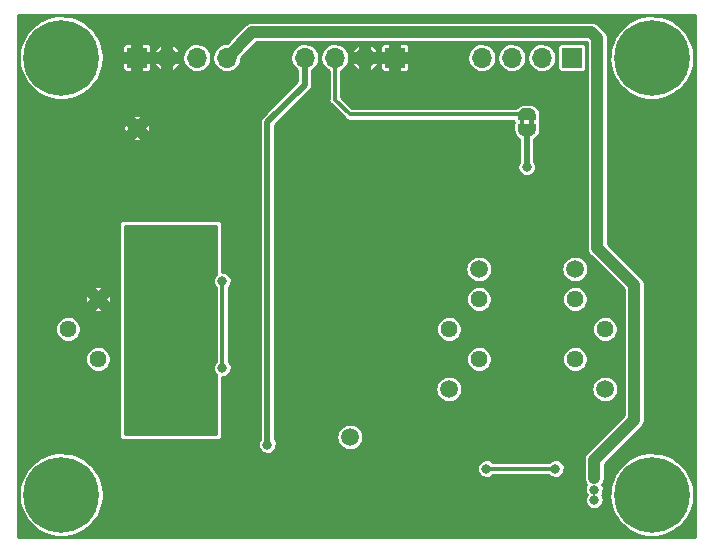
<source format=gbr>
G04 #@! TF.GenerationSoftware,KiCad,Pcbnew,6.0.0-unknown-r16460-346495ae*
G04 #@! TF.CreationDate,2019-10-14T21:20:07+03:00*
G04 #@! TF.ProjectId,vfd-ps,7666642d-7073-42e6-9b69-6361645f7063,B*
G04 #@! TF.SameCoordinates,Original*
G04 #@! TF.FileFunction,Copper,L2,Bot*
G04 #@! TF.FilePolarity,Positive*
%FSLAX46Y46*%
G04 Gerber Fmt 4.6, Leading zero omitted, Abs format (unit mm)*
G04 Created by KiCad (PCBNEW 6.0.0-unknown-r16460-346495ae) date 2019-10-14 21:20:07*
%MOMM*%
%LPD*%
G04 APERTURE LIST*
%ADD10R,4.500000X2.950000*%
%ADD11C,0.600000*%
%ADD12R,3.100000X2.600000*%
%ADD13C,1.500000*%
%ADD14C,1.440000*%
%ADD15C,0.500000*%
%ADD16C,0.100000*%
%ADD17O,1.700000X1.700000*%
%ADD18R,1.700000X1.700000*%
%ADD19C,0.800000*%
%ADD20C,6.400000*%
%ADD21C,1.000000*%
%ADD22C,0.300000*%
%ADD23C,0.500000*%
%ADD24C,0.254000*%
G04 APERTURE END LIST*
D10*
X132207000Y-101981000D03*
D11*
X134007000Y-101381000D03*
X132807000Y-101381000D03*
X132807000Y-102581000D03*
X134007000Y-102581000D03*
X130407000Y-101381000D03*
X131507000Y-101381000D03*
X131507000Y-102581000D03*
X130407000Y-102581000D03*
D10*
X132207000Y-101981000D03*
D12*
X132207000Y-101981000D03*
D13*
X128397000Y-84963000D03*
X165481000Y-96901000D03*
X157353000Y-96901000D03*
X168021000Y-107061000D03*
X154813000Y-107061000D03*
X146431000Y-111125000D03*
D14*
X165481000Y-104521000D03*
X168021000Y-101981000D03*
X165481000Y-99441000D03*
X157353000Y-99441000D03*
X154813000Y-101981000D03*
X157353000Y-104521000D03*
X125095000Y-99441000D03*
X122555000Y-101981000D03*
X125095000Y-104521000D03*
D15*
X161417000Y-85105000D03*
D16*
G36*
X162150835Y-85250158D02*
G01*
X162090647Y-85380120D01*
X161996402Y-85487965D01*
X161875676Y-85565024D01*
X161738175Y-85605102D01*
X161667000Y-85604170D01*
X161667000Y-85605000D01*
X161238525Y-85605000D01*
X161238175Y-85605102D01*
X161230385Y-85605000D01*
X161167000Y-85605000D01*
X161167000Y-85604170D01*
X161082758Y-85603067D01*
X160946354Y-85559404D01*
X160827686Y-85479211D01*
X160736296Y-85368935D01*
X160679531Y-85237443D01*
X160661952Y-85095303D01*
X160667000Y-85064307D01*
X160667000Y-84605000D01*
X161098583Y-84605000D01*
X161101940Y-84604066D01*
X161173278Y-84605000D01*
X161598583Y-84605000D01*
X161601940Y-84604066D01*
X161673278Y-84605000D01*
X162167000Y-84605000D01*
X162167000Y-85070840D01*
X162172129Y-85108527D01*
X162150835Y-85250158D01*
X162150835Y-85250158D01*
G37*
D15*
X161417000Y-83805000D03*
D16*
G36*
X162167000Y-83842641D02*
G01*
X162167000Y-84305000D01*
X162017000Y-84305000D01*
X162017000Y-84705000D01*
X161617000Y-84705000D01*
X161617000Y-84305000D01*
X161238525Y-84305000D01*
X161238175Y-84305102D01*
X161230385Y-84305000D01*
X161217000Y-84305000D01*
X161217000Y-84705000D01*
X160817000Y-84705000D01*
X160817000Y-84305000D01*
X160667000Y-84305000D01*
X160667000Y-83836120D01*
X160661952Y-83795303D01*
X160684974Y-83653942D01*
X160746746Y-83524725D01*
X160842302Y-83418040D01*
X160963960Y-83342461D01*
X161101940Y-83304066D01*
X161173278Y-83305000D01*
X161598583Y-83305000D01*
X161601940Y-83304066D01*
X161745151Y-83305941D01*
X161882079Y-83347935D01*
X162001717Y-83426672D01*
X162094447Y-83535822D01*
X162152815Y-83666612D01*
X162172129Y-83808527D01*
X162167000Y-83842641D01*
X162167000Y-83842641D01*
G37*
D17*
X157607000Y-78994000D03*
X160147000Y-78994000D03*
X162687000Y-78994000D03*
D18*
X165227000Y-78994000D03*
D17*
X142621000Y-78994000D03*
X145161000Y-78994000D03*
X147701000Y-78994000D03*
D18*
X150241000Y-78994000D03*
D17*
X136017000Y-78994000D03*
X133477000Y-78994000D03*
X130937000Y-78994000D03*
D18*
X128397000Y-78994000D03*
D19*
X123697056Y-117697056D03*
X124400000Y-116000000D03*
X123697056Y-114302944D03*
X122000000Y-113600000D03*
X120302944Y-114302944D03*
X119600000Y-116000000D03*
X120302944Y-117697056D03*
X122000000Y-118400000D03*
D20*
X122000000Y-116000000D03*
D19*
X123697056Y-80697056D03*
X124400000Y-79000000D03*
X123697056Y-77302944D03*
X122000000Y-76600000D03*
X120302944Y-77302944D03*
X119600000Y-79000000D03*
X120302944Y-80697056D03*
X122000000Y-81400000D03*
D20*
X122000000Y-79000000D03*
D19*
X173697056Y-117697056D03*
X174400000Y-116000000D03*
X173697056Y-114302944D03*
X172000000Y-113600000D03*
X170302944Y-114302944D03*
X169600000Y-116000000D03*
X170302944Y-117697056D03*
X172000000Y-118400000D03*
D20*
X172000000Y-116000000D03*
D19*
X173697056Y-80697056D03*
X174400000Y-79000000D03*
X173697056Y-77302944D03*
X172000000Y-76600000D03*
X170302944Y-77302944D03*
X169600000Y-79000000D03*
X170302944Y-80697056D03*
X172000000Y-81400000D03*
D20*
X172000000Y-79000000D03*
D19*
X157988000Y-113792008D03*
X163830000Y-113792000D03*
X161417000Y-88265000D03*
X135636000Y-105283000D03*
X135636000Y-97917000D03*
X139445998Y-111760000D03*
X167132000Y-116458996D03*
X167132000Y-115570000D03*
X167132000Y-114554000D03*
X166243000Y-109093000D03*
X168021000Y-109093000D03*
X167132002Y-109093000D03*
X154559000Y-117983000D03*
X161417000Y-117983000D03*
X128905000Y-91440000D03*
X128905000Y-90170000D03*
X128905000Y-88900000D03*
X128905000Y-87630000D03*
X156972000Y-108966000D03*
D21*
X167386000Y-95123000D02*
X167386000Y-77343000D01*
X138176000Y-76835000D02*
X136017000Y-78994000D01*
X170518001Y-98255001D02*
X167386000Y-95123000D01*
X167386000Y-77343000D02*
X166878000Y-76835000D01*
X170518001Y-109643999D02*
X170518001Y-98255001D01*
X167132000Y-114554000D02*
X167132000Y-113030000D01*
X167132000Y-113030000D02*
X170518001Y-109643999D01*
X166878000Y-76835000D02*
X138176000Y-76835000D01*
D22*
X145161000Y-82550000D02*
X146416000Y-83805000D01*
X145161000Y-78994000D02*
X145161000Y-82550000D01*
X160569408Y-83805000D02*
X161417000Y-83805000D01*
X146416000Y-83805000D02*
X160569408Y-83805000D01*
D23*
X142621000Y-81280000D02*
X139445998Y-84455002D01*
X142621000Y-78994000D02*
X142621000Y-81280000D01*
X139445998Y-84455002D02*
X139445998Y-111194315D01*
X139445998Y-111194315D02*
X139445998Y-111760000D01*
D22*
X163830000Y-113792000D02*
X157988008Y-113792000D01*
X157988008Y-113792000D02*
X157988000Y-113792008D01*
D23*
X161417000Y-87699315D02*
X161417000Y-88265000D01*
X161417000Y-85155010D02*
X161417000Y-87699315D01*
D22*
X135636000Y-97917000D02*
X135636000Y-105283000D01*
D21*
X167132000Y-114554000D02*
X167132000Y-114554000D01*
D24*
G36*
X118380000Y-104517141D02*
G01*
X123989335Y-104517141D01*
X124011142Y-104739544D01*
X124077225Y-104953021D01*
X124184882Y-105148848D01*
X124329717Y-105319030D01*
X124505814Y-105456612D01*
X124705979Y-105555974D01*
X124922035Y-105613059D01*
X125145156Y-105625533D01*
X125366230Y-105592888D01*
X125576222Y-105516457D01*
X125766558Y-105399361D01*
X125929461Y-105246386D01*
X126058276Y-105063778D01*
X126147743Y-104858999D01*
X126194251Y-104640194D01*
X126195056Y-104409483D01*
X126150076Y-104190359D01*
X126062042Y-103984960D01*
X125934504Y-103801457D01*
X125772674Y-103647348D01*
X125583160Y-103528927D01*
X125373706Y-103451031D01*
X125152866Y-103416844D01*
X124929663Y-103427761D01*
X124713213Y-103483335D01*
X124512360Y-103581299D01*
X124335308Y-103717647D01*
X124189287Y-103886812D01*
X124080265Y-104081885D01*
X124012694Y-104294895D01*
X123989335Y-104517141D01*
X118380000Y-104517141D01*
X118380000Y-101977141D01*
X121449335Y-101977141D01*
X121471142Y-102199544D01*
X121537225Y-102413021D01*
X121644882Y-102608848D01*
X121789717Y-102779030D01*
X121965814Y-102916612D01*
X122165979Y-103015974D01*
X122382035Y-103073059D01*
X122605156Y-103085533D01*
X122826230Y-103052888D01*
X123036222Y-102976457D01*
X123226558Y-102859361D01*
X123389461Y-102706386D01*
X123518276Y-102523778D01*
X123607743Y-102318999D01*
X123654251Y-102100194D01*
X123655056Y-101869483D01*
X123610076Y-101650359D01*
X123522042Y-101444960D01*
X123394504Y-101261457D01*
X123232674Y-101107348D01*
X123043160Y-100988927D01*
X122833706Y-100911031D01*
X122612866Y-100876844D01*
X122389663Y-100887761D01*
X122173213Y-100943335D01*
X121972360Y-101041299D01*
X121795308Y-101177647D01*
X121649287Y-101346812D01*
X121540265Y-101541885D01*
X121472694Y-101754895D01*
X121449335Y-101977141D01*
X118380000Y-101977141D01*
X118380000Y-100348115D01*
X124716801Y-100348115D01*
X124754778Y-100488867D01*
X124922035Y-100533059D01*
X125145156Y-100545533D01*
X125366230Y-100512888D01*
X125565458Y-100440374D01*
X125095000Y-99969916D01*
X124716801Y-100348115D01*
X118380000Y-100348115D01*
X118380000Y-99437141D01*
X123989335Y-99437141D01*
X124011142Y-99659545D01*
X124090662Y-99916422D01*
X124566084Y-99441000D01*
X125623916Y-99441000D01*
X126004081Y-99821165D01*
X126147831Y-99778584D01*
X126194251Y-99560194D01*
X126195056Y-99329483D01*
X126148697Y-99103644D01*
X126004525Y-99060391D01*
X125623916Y-99441000D01*
X124566084Y-99441000D01*
X124091512Y-98966428D01*
X124012694Y-99214895D01*
X123989335Y-99437141D01*
X118380000Y-99437141D01*
X118380000Y-98533724D01*
X124716640Y-98533724D01*
X125095000Y-98912084D01*
X125479972Y-98527111D01*
X125431901Y-98380039D01*
X125152866Y-98336844D01*
X124929663Y-98347761D01*
X124755264Y-98392538D01*
X124716640Y-98533724D01*
X118380000Y-98533724D01*
X118380000Y-93078590D01*
X126874000Y-93078590D01*
X126874000Y-111010410D01*
X126900646Y-111144365D01*
X126983554Y-111268446D01*
X127107635Y-111351354D01*
X127241590Y-111378000D01*
X135267410Y-111378000D01*
X135401365Y-111351354D01*
X135525446Y-111268446D01*
X135608354Y-111144365D01*
X135635000Y-111010410D01*
X135635000Y-106064598D01*
X135801348Y-106054278D01*
X136020825Y-105971563D01*
X136206279Y-105827971D01*
X136341312Y-105636193D01*
X136414141Y-105412708D01*
X136416287Y-105166892D01*
X136347368Y-104942169D01*
X136215703Y-104748065D01*
X136166000Y-104708175D01*
X136166000Y-98493157D01*
X136206278Y-98461971D01*
X136341312Y-98270193D01*
X136414141Y-98046708D01*
X136416287Y-97800892D01*
X136347368Y-97576169D01*
X136215703Y-97382066D01*
X136032784Y-97235258D01*
X135814783Y-97148725D01*
X135635000Y-97134417D01*
X135635000Y-93078590D01*
X135608354Y-92944635D01*
X135525446Y-92820554D01*
X135401365Y-92737646D01*
X135267410Y-92711000D01*
X127241590Y-92711000D01*
X127107635Y-92737646D01*
X126983554Y-92820554D01*
X126900646Y-92944635D01*
X126874000Y-93078590D01*
X118380000Y-93078590D01*
X118380000Y-85894660D01*
X127994257Y-85894660D01*
X128032234Y-86035412D01*
X128219318Y-86084841D01*
X128448524Y-86097656D01*
X128675627Y-86064121D01*
X128890863Y-85985779D01*
X128397000Y-85491916D01*
X127994257Y-85894660D01*
X118380000Y-85894660D01*
X118380000Y-84959035D01*
X127261181Y-84959035D01*
X127283583Y-85187504D01*
X127368679Y-85462405D01*
X127868084Y-84963000D01*
X128925916Y-84963000D01*
X129331374Y-85368458D01*
X129475124Y-85325877D01*
X129526228Y-85085451D01*
X129527056Y-84848435D01*
X129476107Y-84600234D01*
X129331936Y-84556981D01*
X128925916Y-84963000D01*
X127868084Y-84963000D01*
X127369619Y-84464535D01*
X127285178Y-84730728D01*
X127261181Y-84959035D01*
X118380000Y-84959035D01*
X118380000Y-84031079D01*
X127993995Y-84031079D01*
X128397000Y-84434084D01*
X128890272Y-83940812D01*
X128683305Y-83863851D01*
X128456444Y-83828731D01*
X128227154Y-83839946D01*
X128032619Y-83889893D01*
X127993995Y-84031079D01*
X118380000Y-84031079D01*
X118380000Y-79181389D01*
X118419334Y-79181389D01*
X118459868Y-79567037D01*
X118541813Y-79946053D01*
X118664214Y-80314001D01*
X118825636Y-80666579D01*
X119024192Y-80999660D01*
X119257560Y-81309349D01*
X119523008Y-81592023D01*
X119817434Y-81844376D01*
X120137390Y-82063455D01*
X120479136Y-82246698D01*
X120838673Y-82391959D01*
X121211795Y-82497542D01*
X121594137Y-82562212D01*
X121981227Y-82585209D01*
X122368538Y-82566266D01*
X122751537Y-82505605D01*
X123125744Y-82403935D01*
X123486782Y-82262445D01*
X123830428Y-82082792D01*
X124152661Y-81867076D01*
X124449713Y-81617820D01*
X124718107Y-81337941D01*
X124954705Y-81030713D01*
X125156738Y-80699729D01*
X125321844Y-80348861D01*
X125448090Y-79982214D01*
X125534001Y-79604078D01*
X125561316Y-79368000D01*
X127162024Y-79368000D01*
X127162024Y-79856410D01*
X127189047Y-79992269D01*
X127273035Y-80117965D01*
X127398731Y-80201953D01*
X127534590Y-80228976D01*
X128023000Y-80228976D01*
X128023000Y-79368000D01*
X128771000Y-79368000D01*
X128771000Y-80228976D01*
X129259410Y-80228976D01*
X129395269Y-80201953D01*
X129520965Y-80117965D01*
X129604953Y-79992269D01*
X129631976Y-79856410D01*
X129631976Y-79368000D01*
X129755869Y-79368000D01*
X129865868Y-79609928D01*
X130001663Y-79801362D01*
X130171205Y-79963664D01*
X130368379Y-80090978D01*
X130563000Y-80169419D01*
X130563000Y-79368000D01*
X131311000Y-79368000D01*
X131311000Y-80184935D01*
X131604517Y-80033765D01*
X131789090Y-79888782D01*
X131942915Y-79711513D01*
X132068695Y-79494095D01*
X131995967Y-79368000D01*
X131311000Y-79368000D01*
X130563000Y-79368000D01*
X129755869Y-79368000D01*
X129631976Y-79368000D01*
X128771000Y-79368000D01*
X128023000Y-79368000D01*
X127162024Y-79368000D01*
X125561316Y-79368000D01*
X125578596Y-79218655D01*
X125579590Y-78933642D01*
X132242882Y-78933642D01*
X132253734Y-79168096D01*
X132308724Y-79396270D01*
X132405868Y-79609928D01*
X132541663Y-79801362D01*
X132711205Y-79963664D01*
X132908380Y-80090979D01*
X133128961Y-80179875D01*
X133433284Y-80224000D01*
X133535624Y-80224000D01*
X133710645Y-80207302D01*
X133935860Y-80141230D01*
X134144517Y-80033765D01*
X134329090Y-79888782D01*
X134482915Y-79711513D01*
X134600446Y-79508353D01*
X134677439Y-79286635D01*
X134711118Y-79054358D01*
X134705531Y-78933642D01*
X134782882Y-78933642D01*
X134793734Y-79168096D01*
X134848724Y-79396270D01*
X134945868Y-79609928D01*
X135081663Y-79801362D01*
X135251205Y-79963664D01*
X135448380Y-80090979D01*
X135668961Y-80179875D01*
X135973284Y-80224000D01*
X136075624Y-80224000D01*
X136250645Y-80207302D01*
X136475860Y-80141230D01*
X136684517Y-80033765D01*
X136869090Y-79888782D01*
X137022915Y-79711513D01*
X137140446Y-79508353D01*
X137217439Y-79286635D01*
X137251118Y-79054358D01*
X137248907Y-79006599D01*
X138540507Y-77715000D01*
X166506001Y-77715000D01*
X166506000Y-95024413D01*
X166499825Y-95051701D01*
X166506000Y-95151227D01*
X166506000Y-95186114D01*
X166509818Y-95212773D01*
X166515433Y-95303284D01*
X166527611Y-95337020D01*
X166532696Y-95372523D01*
X166570236Y-95455089D01*
X166601160Y-95540746D01*
X166621969Y-95568869D01*
X166637028Y-95601988D01*
X166703921Y-95679621D01*
X166720442Y-95701949D01*
X166740077Y-95721584D01*
X166801567Y-95792946D01*
X166829628Y-95811134D01*
X169638002Y-98619509D01*
X169638001Y-109279492D01*
X166579461Y-112338033D01*
X166555798Y-112352963D01*
X166489777Y-112427717D01*
X166465119Y-112452375D01*
X166448965Y-112473927D01*
X166388936Y-112541897D01*
X166373694Y-112574361D01*
X166352183Y-112603064D01*
X166320348Y-112687986D01*
X166281643Y-112770425D01*
X166276471Y-112805026D01*
X166263701Y-112839093D01*
X166256105Y-112941298D01*
X166252001Y-112968759D01*
X166252001Y-112996524D01*
X166245020Y-113090468D01*
X166252001Y-113123167D01*
X166252000Y-114541496D01*
X166251187Y-114674656D01*
X166269334Y-114738150D01*
X166278696Y-114803523D01*
X166303794Y-114858723D01*
X166320456Y-114917022D01*
X166355693Y-114972868D01*
X166383026Y-115032986D01*
X166422606Y-115078921D01*
X166454963Y-115130203D01*
X166471694Y-115144979D01*
X166380120Y-115331489D01*
X166343227Y-115563116D01*
X166376072Y-115795352D01*
X166475752Y-116007663D01*
X166481504Y-116013995D01*
X166380120Y-116220485D01*
X166343227Y-116452112D01*
X166376072Y-116684348D01*
X166475752Y-116896659D01*
X166633453Y-117070274D01*
X166835233Y-117189845D01*
X167063251Y-117244797D01*
X167297348Y-117230274D01*
X167516825Y-117147559D01*
X167702279Y-117003967D01*
X167837312Y-116812189D01*
X167910141Y-116588704D01*
X167912287Y-116342888D01*
X167862758Y-116181389D01*
X168419334Y-116181389D01*
X168459868Y-116567037D01*
X168541813Y-116946053D01*
X168664214Y-117314001D01*
X168825636Y-117666579D01*
X169024192Y-117999660D01*
X169257560Y-118309349D01*
X169523008Y-118592023D01*
X169817434Y-118844376D01*
X170137390Y-119063455D01*
X170479136Y-119246698D01*
X170838673Y-119391959D01*
X171211795Y-119497542D01*
X171594137Y-119562212D01*
X171981227Y-119585209D01*
X172368538Y-119566266D01*
X172751537Y-119505605D01*
X173125744Y-119403935D01*
X173486782Y-119262445D01*
X173830428Y-119082792D01*
X174152661Y-118867076D01*
X174449713Y-118617820D01*
X174718107Y-118337941D01*
X174954705Y-118030713D01*
X175156738Y-117699729D01*
X175321844Y-117348861D01*
X175448090Y-116982214D01*
X175534001Y-116604078D01*
X175578596Y-116218655D01*
X175580035Y-115806332D01*
X175538132Y-115420609D01*
X175454863Y-115041882D01*
X175331179Y-114674363D01*
X175168528Y-114322351D01*
X174968809Y-113989965D01*
X174734362Y-113681092D01*
X174467929Y-113399346D01*
X174172624Y-113148022D01*
X173851905Y-112930062D01*
X173509522Y-112748014D01*
X173149480Y-112604008D01*
X172775991Y-112499727D01*
X172393426Y-112436393D01*
X172006257Y-112414748D01*
X171619016Y-112435042D01*
X171236231Y-112497040D01*
X170862381Y-112600015D01*
X170501839Y-112742764D01*
X170158822Y-112923616D01*
X169837344Y-113140456D01*
X169541164Y-113390747D01*
X169273748Y-113671562D01*
X169038225Y-113979614D01*
X168837348Y-114311302D01*
X168673468Y-114662743D01*
X168548502Y-115029827D01*
X168463912Y-115408262D01*
X168420688Y-115793618D01*
X168419334Y-116181389D01*
X167862758Y-116181389D01*
X167843368Y-116118165D01*
X167773036Y-116014480D01*
X167837312Y-115923194D01*
X167910141Y-115699708D01*
X167912287Y-115453892D01*
X167843368Y-115229170D01*
X167789244Y-115149378D01*
X167801947Y-115138432D01*
X167834928Y-115087549D01*
X167875065Y-115042103D01*
X167903132Y-114982322D01*
X167939049Y-114926909D01*
X167956421Y-114868819D01*
X167982359Y-114813574D01*
X167991765Y-114750641D01*
X168011274Y-114685407D01*
X168011689Y-114617331D01*
X168012000Y-114615254D01*
X168012000Y-114566497D01*
X168012813Y-114433345D01*
X168012000Y-114430500D01*
X168012000Y-113394506D01*
X171070542Y-110335965D01*
X171094203Y-110321036D01*
X171160218Y-110246289D01*
X171184883Y-110221625D01*
X171201036Y-110200072D01*
X171261066Y-110132102D01*
X171276309Y-110099636D01*
X171297818Y-110070937D01*
X171329653Y-109986016D01*
X171368360Y-109903573D01*
X171373531Y-109868969D01*
X171386300Y-109834908D01*
X171393895Y-109732715D01*
X171398001Y-109705240D01*
X171398001Y-109677462D01*
X171404981Y-109583532D01*
X171398001Y-109550833D01*
X171398001Y-98353582D01*
X171404174Y-98326300D01*
X171398001Y-98226785D01*
X171398001Y-98191888D01*
X171394182Y-98165219D01*
X171388568Y-98074715D01*
X171376390Y-98040980D01*
X171371305Y-98005476D01*
X171333763Y-97922907D01*
X171302841Y-97837252D01*
X171282031Y-97809130D01*
X171266974Y-97776013D01*
X171200083Y-97698383D01*
X171183557Y-97676049D01*
X171163918Y-97656411D01*
X171102433Y-97585054D01*
X171074375Y-97566868D01*
X168266000Y-94758494D01*
X168266000Y-79181389D01*
X168419334Y-79181389D01*
X168459868Y-79567037D01*
X168541813Y-79946053D01*
X168664214Y-80314001D01*
X168825636Y-80666579D01*
X169024192Y-80999660D01*
X169257560Y-81309349D01*
X169523008Y-81592023D01*
X169817434Y-81844376D01*
X170137390Y-82063455D01*
X170479136Y-82246698D01*
X170838673Y-82391959D01*
X171211795Y-82497542D01*
X171594137Y-82562212D01*
X171981227Y-82585209D01*
X172368538Y-82566266D01*
X172751537Y-82505605D01*
X173125744Y-82403935D01*
X173486782Y-82262445D01*
X173830428Y-82082792D01*
X174152661Y-81867076D01*
X174449713Y-81617820D01*
X174718107Y-81337941D01*
X174954705Y-81030713D01*
X175156738Y-80699729D01*
X175321844Y-80348861D01*
X175448090Y-79982214D01*
X175534001Y-79604078D01*
X175578596Y-79218655D01*
X175580035Y-78806332D01*
X175538132Y-78420609D01*
X175454863Y-78041882D01*
X175331179Y-77674363D01*
X175168528Y-77322351D01*
X174968809Y-76989965D01*
X174734362Y-76681092D01*
X174467929Y-76399346D01*
X174172624Y-76148022D01*
X173851905Y-75930062D01*
X173509522Y-75748014D01*
X173149480Y-75604008D01*
X172775991Y-75499727D01*
X172393426Y-75436393D01*
X172006257Y-75414748D01*
X171619016Y-75435042D01*
X171236231Y-75497040D01*
X170862381Y-75600015D01*
X170501839Y-75742764D01*
X170158822Y-75923616D01*
X169837344Y-76140456D01*
X169541164Y-76390747D01*
X169273748Y-76671562D01*
X169038225Y-76979614D01*
X168837348Y-77311302D01*
X168673468Y-77662743D01*
X168548502Y-78029827D01*
X168463912Y-78408262D01*
X168420688Y-78793618D01*
X168419334Y-79181389D01*
X168266000Y-79181389D01*
X168266000Y-77441583D01*
X168272174Y-77414299D01*
X168266000Y-77314788D01*
X168266000Y-77279885D01*
X168262180Y-77253212D01*
X168256566Y-77162713D01*
X168244390Y-77128987D01*
X168239304Y-77093476D01*
X168201762Y-77010904D01*
X168170840Y-76925252D01*
X168150030Y-76897129D01*
X168134973Y-76864012D01*
X168068082Y-76786382D01*
X168051556Y-76764048D01*
X168031918Y-76744411D01*
X167970432Y-76673053D01*
X167942377Y-76654869D01*
X167569968Y-76282461D01*
X167555037Y-76258797D01*
X167480275Y-76192769D01*
X167455625Y-76168119D01*
X167434081Y-76151971D01*
X167366102Y-76091934D01*
X167333635Y-76076691D01*
X167304937Y-76055183D01*
X167220025Y-76023352D01*
X167137574Y-75984641D01*
X167102969Y-75979470D01*
X167068908Y-75966701D01*
X166966716Y-75959106D01*
X166939241Y-75955000D01*
X166911463Y-75955000D01*
X166817532Y-75948020D01*
X166784834Y-75955000D01*
X138274581Y-75955000D01*
X138247299Y-75948827D01*
X138147784Y-75955000D01*
X138112885Y-75955000D01*
X138086218Y-75958820D01*
X137995715Y-75964433D01*
X137961979Y-75976611D01*
X137926476Y-75981696D01*
X137843910Y-76019236D01*
X137758253Y-76050160D01*
X137730130Y-76070969D01*
X137697011Y-76086028D01*
X137619383Y-76152917D01*
X137597050Y-76169442D01*
X137577410Y-76189083D01*
X137506053Y-76250568D01*
X137487867Y-76278626D01*
X136002494Y-77764000D01*
X135958376Y-77764000D01*
X135783355Y-77780698D01*
X135558140Y-77846770D01*
X135349483Y-77954235D01*
X135164910Y-78099218D01*
X135011085Y-78276487D01*
X134893554Y-78479647D01*
X134816561Y-78701365D01*
X134782882Y-78933642D01*
X134705531Y-78933642D01*
X134700266Y-78819904D01*
X134645276Y-78591730D01*
X134548132Y-78378072D01*
X134412337Y-78186638D01*
X134242795Y-78024336D01*
X134045620Y-77897021D01*
X133825039Y-77808125D01*
X133520716Y-77764000D01*
X133418376Y-77764000D01*
X133243355Y-77780698D01*
X133018140Y-77846770D01*
X132809483Y-77954235D01*
X132624910Y-78099218D01*
X132471085Y-78276487D01*
X132353554Y-78479647D01*
X132276561Y-78701365D01*
X132242882Y-78933642D01*
X125579590Y-78933642D01*
X125580035Y-78806332D01*
X125538132Y-78420609D01*
X125474587Y-78131590D01*
X127162024Y-78131590D01*
X127162024Y-78620000D01*
X128023000Y-78620000D01*
X128023000Y-77759024D01*
X128771000Y-77759024D01*
X128771000Y-78620000D01*
X129631976Y-78620000D01*
X129631976Y-78493905D01*
X129805305Y-78493905D01*
X129878033Y-78620000D01*
X130563000Y-78620000D01*
X130563000Y-77818581D01*
X131311000Y-77818581D01*
X131311000Y-78620000D01*
X132118131Y-78620000D01*
X132008132Y-78378072D01*
X131872337Y-78186638D01*
X131702795Y-78024336D01*
X131505621Y-77897022D01*
X131311000Y-77818581D01*
X130563000Y-77818581D01*
X130563000Y-77803065D01*
X130269483Y-77954235D01*
X130084910Y-78099218D01*
X129931085Y-78276487D01*
X129805305Y-78493905D01*
X129631976Y-78493905D01*
X129631976Y-78131590D01*
X129604953Y-77995731D01*
X129520965Y-77870035D01*
X129395269Y-77786047D01*
X129259410Y-77759024D01*
X128771000Y-77759024D01*
X128023000Y-77759024D01*
X127534590Y-77759024D01*
X127398731Y-77786047D01*
X127273035Y-77870035D01*
X127189047Y-77995731D01*
X127162024Y-78131590D01*
X125474587Y-78131590D01*
X125454863Y-78041882D01*
X125331179Y-77674363D01*
X125168528Y-77322351D01*
X124968809Y-76989965D01*
X124734362Y-76681092D01*
X124467929Y-76399346D01*
X124172624Y-76148022D01*
X123851905Y-75930062D01*
X123509522Y-75748014D01*
X123149480Y-75604008D01*
X122775991Y-75499727D01*
X122393426Y-75436393D01*
X122006257Y-75414748D01*
X121619016Y-75435042D01*
X121236231Y-75497040D01*
X120862381Y-75600015D01*
X120501839Y-75742764D01*
X120158822Y-75923616D01*
X119837344Y-76140456D01*
X119541164Y-76390747D01*
X119273748Y-76671562D01*
X119038225Y-76979614D01*
X118837348Y-77311302D01*
X118673468Y-77662743D01*
X118548502Y-78029827D01*
X118463912Y-78408262D01*
X118420688Y-78793618D01*
X118419334Y-79181389D01*
X118380000Y-79181389D01*
X118380000Y-75380000D01*
X175620001Y-75380000D01*
X175620000Y-119620000D01*
X118380000Y-119620000D01*
X118380000Y-116181389D01*
X118419334Y-116181389D01*
X118459868Y-116567037D01*
X118541813Y-116946053D01*
X118664214Y-117314001D01*
X118825636Y-117666579D01*
X119024192Y-117999660D01*
X119257560Y-118309349D01*
X119523008Y-118592023D01*
X119817434Y-118844376D01*
X120137390Y-119063455D01*
X120479136Y-119246698D01*
X120838673Y-119391959D01*
X121211795Y-119497542D01*
X121594137Y-119562212D01*
X121981227Y-119585209D01*
X122368538Y-119566266D01*
X122751537Y-119505605D01*
X123125744Y-119403935D01*
X123486782Y-119262445D01*
X123830428Y-119082792D01*
X124152661Y-118867076D01*
X124449713Y-118617820D01*
X124718107Y-118337941D01*
X124954705Y-118030713D01*
X125156738Y-117699729D01*
X125321844Y-117348861D01*
X125448090Y-116982214D01*
X125534001Y-116604078D01*
X125578596Y-116218655D01*
X125580035Y-115806332D01*
X125538132Y-115420609D01*
X125454863Y-115041882D01*
X125331179Y-114674363D01*
X125168528Y-114322351D01*
X124968809Y-113989965D01*
X124813327Y-113785124D01*
X157199227Y-113785124D01*
X157232072Y-114017360D01*
X157331752Y-114229671D01*
X157489453Y-114403286D01*
X157691233Y-114522857D01*
X157919251Y-114577809D01*
X158153348Y-114563286D01*
X158372825Y-114480571D01*
X158558279Y-114336979D01*
X158568826Y-114322000D01*
X163257626Y-114322000D01*
X163331453Y-114403278D01*
X163533233Y-114522849D01*
X163761251Y-114577801D01*
X163995348Y-114563278D01*
X164214825Y-114480563D01*
X164400279Y-114336971D01*
X164535312Y-114145193D01*
X164608141Y-113921708D01*
X164610287Y-113675892D01*
X164541368Y-113451169D01*
X164409703Y-113257066D01*
X164226784Y-113110258D01*
X164008783Y-113023725D01*
X163774976Y-113005118D01*
X163546034Y-113056084D01*
X163342198Y-113172113D01*
X163257641Y-113262000D01*
X158571045Y-113262000D01*
X158567703Y-113257073D01*
X158384784Y-113110266D01*
X158166783Y-113023733D01*
X157932976Y-113005126D01*
X157704034Y-113056092D01*
X157500198Y-113172121D01*
X157339491Y-113342959D01*
X157236120Y-113553497D01*
X157199227Y-113785124D01*
X124813327Y-113785124D01*
X124734362Y-113681092D01*
X124467929Y-113399346D01*
X124172624Y-113148022D01*
X123851905Y-112930062D01*
X123509522Y-112748014D01*
X123149480Y-112604008D01*
X122775991Y-112499727D01*
X122393426Y-112436393D01*
X122006257Y-112414748D01*
X121619016Y-112435042D01*
X121236231Y-112497040D01*
X120862381Y-112600015D01*
X120501839Y-112742764D01*
X120158822Y-112923616D01*
X119837344Y-113140456D01*
X119541164Y-113390747D01*
X119273748Y-113671562D01*
X119038225Y-113979614D01*
X118837348Y-114311302D01*
X118673468Y-114662743D01*
X118548502Y-115029827D01*
X118463912Y-115408262D01*
X118420688Y-115793618D01*
X118419334Y-116181389D01*
X118380000Y-116181389D01*
X118380000Y-111753116D01*
X138657225Y-111753116D01*
X138690070Y-111985352D01*
X138789750Y-112197663D01*
X138947451Y-112371278D01*
X139149231Y-112490849D01*
X139377249Y-112545801D01*
X139611346Y-112531278D01*
X139830823Y-112448563D01*
X140016277Y-112304971D01*
X140151310Y-112113193D01*
X140224139Y-111889708D01*
X140226285Y-111643892D01*
X140157366Y-111419169D01*
X140075998Y-111299215D01*
X140075998Y-111121035D01*
X145295181Y-111121035D01*
X145317583Y-111349504D01*
X145385468Y-111568802D01*
X145496061Y-111769971D01*
X145644846Y-111944794D01*
X145825746Y-112086128D01*
X146031370Y-112188200D01*
X146253318Y-112246841D01*
X146482524Y-112259656D01*
X146709627Y-112226121D01*
X146925346Y-112147605D01*
X147120873Y-112027316D01*
X147288219Y-111870169D01*
X147420547Y-111682581D01*
X147512453Y-111472217D01*
X147560228Y-111247451D01*
X147561056Y-111010435D01*
X147514850Y-110785342D01*
X147424415Y-110574341D01*
X147293399Y-110385835D01*
X147127156Y-110227522D01*
X146932474Y-110105871D01*
X146717307Y-110025851D01*
X146490444Y-109990731D01*
X146261154Y-110001946D01*
X146038802Y-110059035D01*
X145832470Y-110159671D01*
X145650588Y-110299739D01*
X145500587Y-110473517D01*
X145388591Y-110673909D01*
X145319178Y-110892728D01*
X145295181Y-111121035D01*
X140075998Y-111121035D01*
X140075998Y-107057035D01*
X153677181Y-107057035D01*
X153699583Y-107285504D01*
X153767468Y-107504802D01*
X153878061Y-107705971D01*
X154026846Y-107880794D01*
X154207746Y-108022128D01*
X154413370Y-108124200D01*
X154635318Y-108182841D01*
X154864524Y-108195656D01*
X155091627Y-108162121D01*
X155307346Y-108083605D01*
X155502873Y-107963316D01*
X155670219Y-107806169D01*
X155802547Y-107618581D01*
X155894453Y-107408217D01*
X155942228Y-107183451D01*
X155942669Y-107057035D01*
X166885181Y-107057035D01*
X166907583Y-107285504D01*
X166975468Y-107504802D01*
X167086061Y-107705971D01*
X167234846Y-107880794D01*
X167415746Y-108022128D01*
X167621370Y-108124200D01*
X167843318Y-108182841D01*
X168072524Y-108195656D01*
X168299627Y-108162121D01*
X168515346Y-108083605D01*
X168710873Y-107963316D01*
X168878219Y-107806169D01*
X169010547Y-107618581D01*
X169102453Y-107408217D01*
X169150228Y-107183451D01*
X169151056Y-106946435D01*
X169104850Y-106721342D01*
X169014415Y-106510341D01*
X168883399Y-106321835D01*
X168717156Y-106163522D01*
X168522474Y-106041871D01*
X168307307Y-105961851D01*
X168080444Y-105926731D01*
X167851154Y-105937946D01*
X167628802Y-105995035D01*
X167422470Y-106095671D01*
X167240588Y-106235739D01*
X167090587Y-106409517D01*
X166978591Y-106609909D01*
X166909178Y-106828728D01*
X166885181Y-107057035D01*
X155942669Y-107057035D01*
X155943056Y-106946435D01*
X155896850Y-106721342D01*
X155806415Y-106510341D01*
X155675399Y-106321835D01*
X155509156Y-106163522D01*
X155314474Y-106041871D01*
X155099307Y-105961851D01*
X154872444Y-105926731D01*
X154643154Y-105937946D01*
X154420802Y-105995035D01*
X154214470Y-106095671D01*
X154032588Y-106235739D01*
X153882587Y-106409517D01*
X153770591Y-106609909D01*
X153701178Y-106828728D01*
X153677181Y-107057035D01*
X140075998Y-107057035D01*
X140075998Y-104517141D01*
X156247335Y-104517141D01*
X156269142Y-104739544D01*
X156335225Y-104953021D01*
X156442882Y-105148848D01*
X156587717Y-105319030D01*
X156763814Y-105456612D01*
X156963979Y-105555974D01*
X157180035Y-105613059D01*
X157403156Y-105625533D01*
X157624230Y-105592888D01*
X157834222Y-105516457D01*
X158024558Y-105399361D01*
X158187461Y-105246386D01*
X158316276Y-105063778D01*
X158405743Y-104858999D01*
X158452251Y-104640194D01*
X158452680Y-104517141D01*
X164375335Y-104517141D01*
X164397142Y-104739544D01*
X164463225Y-104953021D01*
X164570882Y-105148848D01*
X164715717Y-105319030D01*
X164891814Y-105456612D01*
X165091979Y-105555974D01*
X165308035Y-105613059D01*
X165531156Y-105625533D01*
X165752230Y-105592888D01*
X165962222Y-105516457D01*
X166152558Y-105399361D01*
X166315461Y-105246386D01*
X166444276Y-105063778D01*
X166533743Y-104858999D01*
X166580251Y-104640194D01*
X166581056Y-104409483D01*
X166536076Y-104190359D01*
X166448042Y-103984960D01*
X166320504Y-103801457D01*
X166158674Y-103647348D01*
X165969160Y-103528927D01*
X165759706Y-103451031D01*
X165538866Y-103416844D01*
X165315663Y-103427761D01*
X165099213Y-103483335D01*
X164898360Y-103581299D01*
X164721308Y-103717647D01*
X164575287Y-103886812D01*
X164466265Y-104081885D01*
X164398694Y-104294895D01*
X164375335Y-104517141D01*
X158452680Y-104517141D01*
X158453056Y-104409483D01*
X158408076Y-104190359D01*
X158320042Y-103984960D01*
X158192504Y-103801457D01*
X158030674Y-103647348D01*
X157841160Y-103528927D01*
X157631706Y-103451031D01*
X157410866Y-103416844D01*
X157187663Y-103427761D01*
X156971213Y-103483335D01*
X156770360Y-103581299D01*
X156593308Y-103717647D01*
X156447287Y-103886812D01*
X156338265Y-104081885D01*
X156270694Y-104294895D01*
X156247335Y-104517141D01*
X140075998Y-104517141D01*
X140075998Y-101977141D01*
X153707335Y-101977141D01*
X153729142Y-102199544D01*
X153795225Y-102413021D01*
X153902882Y-102608848D01*
X154047717Y-102779030D01*
X154223814Y-102916612D01*
X154423979Y-103015974D01*
X154640035Y-103073059D01*
X154863156Y-103085533D01*
X155084230Y-103052888D01*
X155294222Y-102976457D01*
X155484558Y-102859361D01*
X155647461Y-102706386D01*
X155776276Y-102523778D01*
X155865743Y-102318999D01*
X155912251Y-102100194D01*
X155912680Y-101977141D01*
X166915335Y-101977141D01*
X166937142Y-102199544D01*
X167003225Y-102413021D01*
X167110882Y-102608848D01*
X167255717Y-102779030D01*
X167431814Y-102916612D01*
X167631979Y-103015974D01*
X167848035Y-103073059D01*
X168071156Y-103085533D01*
X168292230Y-103052888D01*
X168502222Y-102976457D01*
X168692558Y-102859361D01*
X168855461Y-102706386D01*
X168984276Y-102523778D01*
X169073743Y-102318999D01*
X169120251Y-102100194D01*
X169121056Y-101869483D01*
X169076076Y-101650359D01*
X168988042Y-101444960D01*
X168860504Y-101261457D01*
X168698674Y-101107348D01*
X168509160Y-100988927D01*
X168299706Y-100911031D01*
X168078866Y-100876844D01*
X167855663Y-100887761D01*
X167639213Y-100943335D01*
X167438360Y-101041299D01*
X167261308Y-101177647D01*
X167115287Y-101346812D01*
X167006265Y-101541885D01*
X166938694Y-101754895D01*
X166915335Y-101977141D01*
X155912680Y-101977141D01*
X155913056Y-101869483D01*
X155868076Y-101650359D01*
X155780042Y-101444960D01*
X155652504Y-101261457D01*
X155490674Y-101107348D01*
X155301160Y-100988927D01*
X155091706Y-100911031D01*
X154870866Y-100876844D01*
X154647663Y-100887761D01*
X154431213Y-100943335D01*
X154230360Y-101041299D01*
X154053308Y-101177647D01*
X153907287Y-101346812D01*
X153798265Y-101541885D01*
X153730694Y-101754895D01*
X153707335Y-101977141D01*
X140075998Y-101977141D01*
X140075998Y-99437141D01*
X156247335Y-99437141D01*
X156269142Y-99659544D01*
X156335225Y-99873021D01*
X156442882Y-100068848D01*
X156587717Y-100239030D01*
X156763814Y-100376612D01*
X156963979Y-100475974D01*
X157180035Y-100533059D01*
X157403156Y-100545533D01*
X157624230Y-100512888D01*
X157834222Y-100436457D01*
X158024558Y-100319361D01*
X158187461Y-100166386D01*
X158316276Y-99983778D01*
X158405743Y-99778999D01*
X158452251Y-99560194D01*
X158452680Y-99437141D01*
X164375335Y-99437141D01*
X164397142Y-99659544D01*
X164463225Y-99873021D01*
X164570882Y-100068848D01*
X164715717Y-100239030D01*
X164891814Y-100376612D01*
X165091979Y-100475974D01*
X165308035Y-100533059D01*
X165531156Y-100545533D01*
X165752230Y-100512888D01*
X165962222Y-100436457D01*
X166152558Y-100319361D01*
X166315461Y-100166386D01*
X166444276Y-99983778D01*
X166533743Y-99778999D01*
X166580251Y-99560194D01*
X166581056Y-99329483D01*
X166536076Y-99110359D01*
X166448042Y-98904960D01*
X166320504Y-98721457D01*
X166158674Y-98567348D01*
X165969160Y-98448927D01*
X165759706Y-98371031D01*
X165538866Y-98336844D01*
X165315663Y-98347761D01*
X165099213Y-98403335D01*
X164898360Y-98501299D01*
X164721308Y-98637647D01*
X164575287Y-98806812D01*
X164466265Y-99001885D01*
X164398694Y-99214895D01*
X164375335Y-99437141D01*
X158452680Y-99437141D01*
X158453056Y-99329483D01*
X158408076Y-99110359D01*
X158320042Y-98904960D01*
X158192504Y-98721457D01*
X158030674Y-98567348D01*
X157841160Y-98448927D01*
X157631706Y-98371031D01*
X157410866Y-98336844D01*
X157187663Y-98347761D01*
X156971213Y-98403335D01*
X156770360Y-98501299D01*
X156593308Y-98637647D01*
X156447287Y-98806812D01*
X156338265Y-99001885D01*
X156270694Y-99214895D01*
X156247335Y-99437141D01*
X140075998Y-99437141D01*
X140075998Y-96897035D01*
X156217181Y-96897035D01*
X156239583Y-97125504D01*
X156307468Y-97344802D01*
X156418061Y-97545971D01*
X156566846Y-97720794D01*
X156747746Y-97862128D01*
X156953370Y-97964200D01*
X157175318Y-98022841D01*
X157404524Y-98035656D01*
X157631627Y-98002121D01*
X157847346Y-97923605D01*
X158042873Y-97803316D01*
X158210219Y-97646169D01*
X158342547Y-97458581D01*
X158434453Y-97248217D01*
X158482228Y-97023451D01*
X158482669Y-96897035D01*
X164345181Y-96897035D01*
X164367583Y-97125504D01*
X164435468Y-97344802D01*
X164546061Y-97545971D01*
X164694846Y-97720794D01*
X164875746Y-97862128D01*
X165081370Y-97964200D01*
X165303318Y-98022841D01*
X165532524Y-98035656D01*
X165759627Y-98002121D01*
X165975346Y-97923605D01*
X166170873Y-97803316D01*
X166338219Y-97646169D01*
X166470547Y-97458581D01*
X166562453Y-97248217D01*
X166610228Y-97023451D01*
X166611056Y-96786435D01*
X166564850Y-96561342D01*
X166474415Y-96350341D01*
X166343399Y-96161835D01*
X166177156Y-96003522D01*
X165982474Y-95881871D01*
X165767307Y-95801851D01*
X165540444Y-95766731D01*
X165311154Y-95777946D01*
X165088802Y-95835035D01*
X164882470Y-95935671D01*
X164700588Y-96075739D01*
X164550587Y-96249517D01*
X164438591Y-96449909D01*
X164369178Y-96668728D01*
X164345181Y-96897035D01*
X158482669Y-96897035D01*
X158483056Y-96786435D01*
X158436850Y-96561342D01*
X158346415Y-96350341D01*
X158215399Y-96161835D01*
X158049156Y-96003522D01*
X157854474Y-95881871D01*
X157639307Y-95801851D01*
X157412444Y-95766731D01*
X157183154Y-95777946D01*
X156960802Y-95835035D01*
X156754470Y-95935671D01*
X156572588Y-96075739D01*
X156422587Y-96249517D01*
X156310591Y-96449909D01*
X156241178Y-96668728D01*
X156217181Y-96897035D01*
X140075998Y-96897035D01*
X140075998Y-84715954D01*
X143047024Y-81744930D01*
X143111052Y-81691204D01*
X143152839Y-81618828D01*
X143200781Y-81550358D01*
X143208066Y-81523172D01*
X143222139Y-81498796D01*
X143236655Y-81416478D01*
X143258284Y-81335755D01*
X143251000Y-81252492D01*
X143251000Y-80053087D01*
X143288517Y-80033765D01*
X143473090Y-79888782D01*
X143626915Y-79711513D01*
X143744446Y-79508353D01*
X143821439Y-79286635D01*
X143855118Y-79054358D01*
X143849531Y-78933642D01*
X143926882Y-78933642D01*
X143937734Y-79168096D01*
X143992724Y-79396270D01*
X144089868Y-79609928D01*
X144225663Y-79801362D01*
X144395205Y-79963664D01*
X144592380Y-80090979D01*
X144631000Y-80106543D01*
X144631001Y-82497804D01*
X144620619Y-82550000D01*
X144664318Y-82769700D01*
X144682571Y-82787952D01*
X144778893Y-82932108D01*
X144823145Y-82961676D01*
X146004321Y-84142853D01*
X146033892Y-84187108D01*
X146209204Y-84304248D01*
X146363803Y-84335000D01*
X146363808Y-84335000D01*
X146415999Y-84345381D01*
X146468190Y-84335000D01*
X160285523Y-84335000D01*
X160309047Y-84453268D01*
X160310204Y-84455000D01*
X160309047Y-84456732D01*
X160282024Y-84592590D01*
X160282024Y-85033166D01*
X160280540Y-85042281D01*
X160278785Y-85133645D01*
X160298567Y-85293603D01*
X160322527Y-85381785D01*
X160386407Y-85529759D01*
X160434152Y-85607674D01*
X160536998Y-85731774D01*
X160604695Y-85793157D01*
X160738238Y-85883402D01*
X160787000Y-85907079D01*
X160787001Y-87642741D01*
X160787000Y-87642746D01*
X160787000Y-87796275D01*
X160768491Y-87815951D01*
X160665120Y-88026489D01*
X160628227Y-88258116D01*
X160661072Y-88490352D01*
X160760752Y-88702663D01*
X160918453Y-88876278D01*
X161120233Y-88995849D01*
X161348251Y-89050801D01*
X161582348Y-89036278D01*
X161801825Y-88953563D01*
X161987279Y-88809971D01*
X162122312Y-88618193D01*
X162195141Y-88394708D01*
X162197287Y-88148892D01*
X162128368Y-87924169D01*
X162047000Y-87804215D01*
X162047000Y-85907169D01*
X162075240Y-85894359D01*
X162211099Y-85807641D01*
X162280378Y-85748051D01*
X162386437Y-85626688D01*
X162436207Y-85550048D01*
X162503939Y-85403796D01*
X162530198Y-85316272D01*
X162554161Y-85156887D01*
X162554799Y-85065507D01*
X162551976Y-85044767D01*
X162551976Y-84592590D01*
X162524953Y-84456732D01*
X162523796Y-84455000D01*
X162524953Y-84453268D01*
X162551976Y-84317410D01*
X162551976Y-83871423D01*
X162554161Y-83856887D01*
X162554799Y-83765506D01*
X162533064Y-83605803D01*
X162508030Y-83517920D01*
X162442346Y-83370734D01*
X162393650Y-83293407D01*
X162289296Y-83170576D01*
X162220857Y-83110026D01*
X162086223Y-83021419D01*
X162003539Y-82982511D01*
X161849447Y-82935253D01*
X161759166Y-82921115D01*
X161598005Y-82919005D01*
X161590159Y-82920024D01*
X161175798Y-82920024D01*
X161098004Y-82919005D01*
X161007384Y-82930775D01*
X160852108Y-82973983D01*
X160768433Y-83010714D01*
X160631525Y-83095767D01*
X160561526Y-83154503D01*
X160453992Y-83274561D01*
X160453699Y-83275000D01*
X146635532Y-83275000D01*
X145691000Y-82330469D01*
X145691000Y-80104591D01*
X145828517Y-80033765D01*
X146013090Y-79888782D01*
X146166915Y-79711513D01*
X146284446Y-79508353D01*
X146333184Y-79368000D01*
X146519869Y-79368000D01*
X146629868Y-79609928D01*
X146765663Y-79801362D01*
X146935205Y-79963664D01*
X147132379Y-80090978D01*
X147327000Y-80169419D01*
X147327000Y-79368000D01*
X148075000Y-79368000D01*
X148075000Y-80184935D01*
X148368517Y-80033765D01*
X148553090Y-79888782D01*
X148706915Y-79711513D01*
X148832695Y-79494095D01*
X148759967Y-79368000D01*
X149006024Y-79368000D01*
X149006024Y-79856410D01*
X149033047Y-79992269D01*
X149117035Y-80117965D01*
X149242731Y-80201953D01*
X149378590Y-80228976D01*
X149867000Y-80228976D01*
X149867000Y-79368000D01*
X150615000Y-79368000D01*
X150615000Y-80228976D01*
X151103410Y-80228976D01*
X151239269Y-80201953D01*
X151364965Y-80117965D01*
X151448953Y-79992269D01*
X151475976Y-79856410D01*
X151475976Y-79368000D01*
X150615000Y-79368000D01*
X149867000Y-79368000D01*
X149006024Y-79368000D01*
X148759967Y-79368000D01*
X148075000Y-79368000D01*
X147327000Y-79368000D01*
X146519869Y-79368000D01*
X146333184Y-79368000D01*
X146361439Y-79286635D01*
X146395118Y-79054358D01*
X146389531Y-78933642D01*
X156372882Y-78933642D01*
X156383734Y-79168096D01*
X156438724Y-79396270D01*
X156535868Y-79609928D01*
X156671663Y-79801362D01*
X156841205Y-79963664D01*
X157038380Y-80090979D01*
X157258961Y-80179875D01*
X157563284Y-80224000D01*
X157665624Y-80224000D01*
X157840645Y-80207302D01*
X158065860Y-80141230D01*
X158274517Y-80033765D01*
X158459090Y-79888782D01*
X158612915Y-79711513D01*
X158730446Y-79508353D01*
X158807439Y-79286635D01*
X158841118Y-79054358D01*
X158835531Y-78933642D01*
X158912882Y-78933642D01*
X158923734Y-79168096D01*
X158978724Y-79396270D01*
X159075868Y-79609928D01*
X159211663Y-79801362D01*
X159381205Y-79963664D01*
X159578380Y-80090979D01*
X159798961Y-80179875D01*
X160103284Y-80224000D01*
X160205624Y-80224000D01*
X160380645Y-80207302D01*
X160605860Y-80141230D01*
X160814517Y-80033765D01*
X160999090Y-79888782D01*
X161152915Y-79711513D01*
X161270446Y-79508353D01*
X161347439Y-79286635D01*
X161381118Y-79054358D01*
X161375531Y-78933642D01*
X161452882Y-78933642D01*
X161463734Y-79168096D01*
X161518724Y-79396270D01*
X161615868Y-79609928D01*
X161751663Y-79801362D01*
X161921205Y-79963664D01*
X162118380Y-80090979D01*
X162338961Y-80179875D01*
X162643284Y-80224000D01*
X162745624Y-80224000D01*
X162920645Y-80207302D01*
X163145860Y-80141230D01*
X163354517Y-80033765D01*
X163539090Y-79888782D01*
X163692915Y-79711513D01*
X163810446Y-79508353D01*
X163887439Y-79286635D01*
X163921118Y-79054358D01*
X163910266Y-78819904D01*
X163855276Y-78591730D01*
X163758132Y-78378072D01*
X163622337Y-78186638D01*
X163564834Y-78131590D01*
X163992024Y-78131590D01*
X163992024Y-79856410D01*
X164019047Y-79992269D01*
X164103035Y-80117965D01*
X164228731Y-80201953D01*
X164364590Y-80228976D01*
X166089410Y-80228976D01*
X166225269Y-80201953D01*
X166350965Y-80117965D01*
X166434953Y-79992269D01*
X166461976Y-79856410D01*
X166461976Y-78131590D01*
X166434953Y-77995731D01*
X166350965Y-77870035D01*
X166225269Y-77786047D01*
X166089410Y-77759024D01*
X164364590Y-77759024D01*
X164228731Y-77786047D01*
X164103035Y-77870035D01*
X164019047Y-77995731D01*
X163992024Y-78131590D01*
X163564834Y-78131590D01*
X163452795Y-78024336D01*
X163255620Y-77897021D01*
X163035039Y-77808125D01*
X162730716Y-77764000D01*
X162628376Y-77764000D01*
X162453355Y-77780698D01*
X162228140Y-77846770D01*
X162019483Y-77954235D01*
X161834910Y-78099218D01*
X161681085Y-78276487D01*
X161563554Y-78479647D01*
X161486561Y-78701365D01*
X161452882Y-78933642D01*
X161375531Y-78933642D01*
X161370266Y-78819904D01*
X161315276Y-78591730D01*
X161218132Y-78378072D01*
X161082337Y-78186638D01*
X160912795Y-78024336D01*
X160715620Y-77897021D01*
X160495039Y-77808125D01*
X160190716Y-77764000D01*
X160088376Y-77764000D01*
X159913355Y-77780698D01*
X159688140Y-77846770D01*
X159479483Y-77954235D01*
X159294910Y-78099218D01*
X159141085Y-78276487D01*
X159023554Y-78479647D01*
X158946561Y-78701365D01*
X158912882Y-78933642D01*
X158835531Y-78933642D01*
X158830266Y-78819904D01*
X158775276Y-78591730D01*
X158678132Y-78378072D01*
X158542337Y-78186638D01*
X158372795Y-78024336D01*
X158175620Y-77897021D01*
X157955039Y-77808125D01*
X157650716Y-77764000D01*
X157548376Y-77764000D01*
X157373355Y-77780698D01*
X157148140Y-77846770D01*
X156939483Y-77954235D01*
X156754910Y-78099218D01*
X156601085Y-78276487D01*
X156483554Y-78479647D01*
X156406561Y-78701365D01*
X156372882Y-78933642D01*
X146389531Y-78933642D01*
X146384266Y-78819904D01*
X146329276Y-78591730D01*
X146284798Y-78493905D01*
X146569305Y-78493905D01*
X146642033Y-78620000D01*
X147327000Y-78620000D01*
X147327000Y-77818581D01*
X148075000Y-77818581D01*
X148075000Y-78620000D01*
X148882131Y-78620000D01*
X148772132Y-78378072D01*
X148636337Y-78186638D01*
X148578834Y-78131590D01*
X149006024Y-78131590D01*
X149006024Y-78620000D01*
X149867000Y-78620000D01*
X149867000Y-77759024D01*
X150615000Y-77759024D01*
X150615000Y-78620000D01*
X151475976Y-78620000D01*
X151475976Y-78131590D01*
X151448953Y-77995731D01*
X151364965Y-77870035D01*
X151239269Y-77786047D01*
X151103410Y-77759024D01*
X150615000Y-77759024D01*
X149867000Y-77759024D01*
X149378590Y-77759024D01*
X149242731Y-77786047D01*
X149117035Y-77870035D01*
X149033047Y-77995731D01*
X149006024Y-78131590D01*
X148578834Y-78131590D01*
X148466795Y-78024336D01*
X148269621Y-77897022D01*
X148075000Y-77818581D01*
X147327000Y-77818581D01*
X147327000Y-77803065D01*
X147033483Y-77954235D01*
X146848910Y-78099218D01*
X146695085Y-78276487D01*
X146569305Y-78493905D01*
X146284798Y-78493905D01*
X146232132Y-78378072D01*
X146096337Y-78186638D01*
X145926795Y-78024336D01*
X145729620Y-77897021D01*
X145509039Y-77808125D01*
X145204716Y-77764000D01*
X145102376Y-77764000D01*
X144927355Y-77780698D01*
X144702140Y-77846770D01*
X144493483Y-77954235D01*
X144308910Y-78099218D01*
X144155085Y-78276487D01*
X144037554Y-78479647D01*
X143960561Y-78701365D01*
X143926882Y-78933642D01*
X143849531Y-78933642D01*
X143844266Y-78819904D01*
X143789276Y-78591730D01*
X143692132Y-78378072D01*
X143556337Y-78186638D01*
X143386795Y-78024336D01*
X143189620Y-77897021D01*
X142969039Y-77808125D01*
X142664716Y-77764000D01*
X142562376Y-77764000D01*
X142387355Y-77780698D01*
X142162140Y-77846770D01*
X141953483Y-77954235D01*
X141768910Y-78099218D01*
X141615085Y-78276487D01*
X141497554Y-78479647D01*
X141420561Y-78701365D01*
X141386882Y-78933642D01*
X141397734Y-79168096D01*
X141452724Y-79396270D01*
X141549868Y-79609928D01*
X141685663Y-79801362D01*
X141855205Y-79963664D01*
X141991000Y-80051346D01*
X141991001Y-81019045D01*
X139019987Y-83990061D01*
X138955945Y-84043798D01*
X138914151Y-84116188D01*
X138866216Y-84184647D01*
X138858932Y-84211832D01*
X138844860Y-84236205D01*
X138830343Y-84318525D01*
X138808714Y-84399249D01*
X138815998Y-84482507D01*
X138815999Y-111139788D01*
X138815998Y-111139794D01*
X138815998Y-111291275D01*
X138797489Y-111310951D01*
X138694118Y-111521489D01*
X138657225Y-111753116D01*
X118380000Y-111753116D01*
X118380000Y-104517141D01*
X118380000Y-104517141D01*
G37*
X118380000Y-104517141D02*
X123989335Y-104517141D01*
X124011142Y-104739544D01*
X124077225Y-104953021D01*
X124184882Y-105148848D01*
X124329717Y-105319030D01*
X124505814Y-105456612D01*
X124705979Y-105555974D01*
X124922035Y-105613059D01*
X125145156Y-105625533D01*
X125366230Y-105592888D01*
X125576222Y-105516457D01*
X125766558Y-105399361D01*
X125929461Y-105246386D01*
X126058276Y-105063778D01*
X126147743Y-104858999D01*
X126194251Y-104640194D01*
X126195056Y-104409483D01*
X126150076Y-104190359D01*
X126062042Y-103984960D01*
X125934504Y-103801457D01*
X125772674Y-103647348D01*
X125583160Y-103528927D01*
X125373706Y-103451031D01*
X125152866Y-103416844D01*
X124929663Y-103427761D01*
X124713213Y-103483335D01*
X124512360Y-103581299D01*
X124335308Y-103717647D01*
X124189287Y-103886812D01*
X124080265Y-104081885D01*
X124012694Y-104294895D01*
X123989335Y-104517141D01*
X118380000Y-104517141D01*
X118380000Y-101977141D01*
X121449335Y-101977141D01*
X121471142Y-102199544D01*
X121537225Y-102413021D01*
X121644882Y-102608848D01*
X121789717Y-102779030D01*
X121965814Y-102916612D01*
X122165979Y-103015974D01*
X122382035Y-103073059D01*
X122605156Y-103085533D01*
X122826230Y-103052888D01*
X123036222Y-102976457D01*
X123226558Y-102859361D01*
X123389461Y-102706386D01*
X123518276Y-102523778D01*
X123607743Y-102318999D01*
X123654251Y-102100194D01*
X123655056Y-101869483D01*
X123610076Y-101650359D01*
X123522042Y-101444960D01*
X123394504Y-101261457D01*
X123232674Y-101107348D01*
X123043160Y-100988927D01*
X122833706Y-100911031D01*
X122612866Y-100876844D01*
X122389663Y-100887761D01*
X122173213Y-100943335D01*
X121972360Y-101041299D01*
X121795308Y-101177647D01*
X121649287Y-101346812D01*
X121540265Y-101541885D01*
X121472694Y-101754895D01*
X121449335Y-101977141D01*
X118380000Y-101977141D01*
X118380000Y-100348115D01*
X124716801Y-100348115D01*
X124754778Y-100488867D01*
X124922035Y-100533059D01*
X125145156Y-100545533D01*
X125366230Y-100512888D01*
X125565458Y-100440374D01*
X125095000Y-99969916D01*
X124716801Y-100348115D01*
X118380000Y-100348115D01*
X118380000Y-99437141D01*
X123989335Y-99437141D01*
X124011142Y-99659545D01*
X124090662Y-99916422D01*
X124566084Y-99441000D01*
X125623916Y-99441000D01*
X126004081Y-99821165D01*
X126147831Y-99778584D01*
X126194251Y-99560194D01*
X126195056Y-99329483D01*
X126148697Y-99103644D01*
X126004525Y-99060391D01*
X125623916Y-99441000D01*
X124566084Y-99441000D01*
X124091512Y-98966428D01*
X124012694Y-99214895D01*
X123989335Y-99437141D01*
X118380000Y-99437141D01*
X118380000Y-98533724D01*
X124716640Y-98533724D01*
X125095000Y-98912084D01*
X125479972Y-98527111D01*
X125431901Y-98380039D01*
X125152866Y-98336844D01*
X124929663Y-98347761D01*
X124755264Y-98392538D01*
X124716640Y-98533724D01*
X118380000Y-98533724D01*
X118380000Y-93078590D01*
X126874000Y-93078590D01*
X126874000Y-111010410D01*
X126900646Y-111144365D01*
X126983554Y-111268446D01*
X127107635Y-111351354D01*
X127241590Y-111378000D01*
X135267410Y-111378000D01*
X135401365Y-111351354D01*
X135525446Y-111268446D01*
X135608354Y-111144365D01*
X135635000Y-111010410D01*
X135635000Y-106064598D01*
X135801348Y-106054278D01*
X136020825Y-105971563D01*
X136206279Y-105827971D01*
X136341312Y-105636193D01*
X136414141Y-105412708D01*
X136416287Y-105166892D01*
X136347368Y-104942169D01*
X136215703Y-104748065D01*
X136166000Y-104708175D01*
X136166000Y-98493157D01*
X136206278Y-98461971D01*
X136341312Y-98270193D01*
X136414141Y-98046708D01*
X136416287Y-97800892D01*
X136347368Y-97576169D01*
X136215703Y-97382066D01*
X136032784Y-97235258D01*
X135814783Y-97148725D01*
X135635000Y-97134417D01*
X135635000Y-93078590D01*
X135608354Y-92944635D01*
X135525446Y-92820554D01*
X135401365Y-92737646D01*
X135267410Y-92711000D01*
X127241590Y-92711000D01*
X127107635Y-92737646D01*
X126983554Y-92820554D01*
X126900646Y-92944635D01*
X126874000Y-93078590D01*
X118380000Y-93078590D01*
X118380000Y-85894660D01*
X127994257Y-85894660D01*
X128032234Y-86035412D01*
X128219318Y-86084841D01*
X128448524Y-86097656D01*
X128675627Y-86064121D01*
X128890863Y-85985779D01*
X128397000Y-85491916D01*
X127994257Y-85894660D01*
X118380000Y-85894660D01*
X118380000Y-84959035D01*
X127261181Y-84959035D01*
X127283583Y-85187504D01*
X127368679Y-85462405D01*
X127868084Y-84963000D01*
X128925916Y-84963000D01*
X129331374Y-85368458D01*
X129475124Y-85325877D01*
X129526228Y-85085451D01*
X129527056Y-84848435D01*
X129476107Y-84600234D01*
X129331936Y-84556981D01*
X128925916Y-84963000D01*
X127868084Y-84963000D01*
X127369619Y-84464535D01*
X127285178Y-84730728D01*
X127261181Y-84959035D01*
X118380000Y-84959035D01*
X118380000Y-84031079D01*
X127993995Y-84031079D01*
X128397000Y-84434084D01*
X128890272Y-83940812D01*
X128683305Y-83863851D01*
X128456444Y-83828731D01*
X128227154Y-83839946D01*
X128032619Y-83889893D01*
X127993995Y-84031079D01*
X118380000Y-84031079D01*
X118380000Y-79181389D01*
X118419334Y-79181389D01*
X118459868Y-79567037D01*
X118541813Y-79946053D01*
X118664214Y-80314001D01*
X118825636Y-80666579D01*
X119024192Y-80999660D01*
X119257560Y-81309349D01*
X119523008Y-81592023D01*
X119817434Y-81844376D01*
X120137390Y-82063455D01*
X120479136Y-82246698D01*
X120838673Y-82391959D01*
X121211795Y-82497542D01*
X121594137Y-82562212D01*
X121981227Y-82585209D01*
X122368538Y-82566266D01*
X122751537Y-82505605D01*
X123125744Y-82403935D01*
X123486782Y-82262445D01*
X123830428Y-82082792D01*
X124152661Y-81867076D01*
X124449713Y-81617820D01*
X124718107Y-81337941D01*
X124954705Y-81030713D01*
X125156738Y-80699729D01*
X125321844Y-80348861D01*
X125448090Y-79982214D01*
X125534001Y-79604078D01*
X125561316Y-79368000D01*
X127162024Y-79368000D01*
X127162024Y-79856410D01*
X127189047Y-79992269D01*
X127273035Y-80117965D01*
X127398731Y-80201953D01*
X127534590Y-80228976D01*
X128023000Y-80228976D01*
X128023000Y-79368000D01*
X128771000Y-79368000D01*
X128771000Y-80228976D01*
X129259410Y-80228976D01*
X129395269Y-80201953D01*
X129520965Y-80117965D01*
X129604953Y-79992269D01*
X129631976Y-79856410D01*
X129631976Y-79368000D01*
X129755869Y-79368000D01*
X129865868Y-79609928D01*
X130001663Y-79801362D01*
X130171205Y-79963664D01*
X130368379Y-80090978D01*
X130563000Y-80169419D01*
X130563000Y-79368000D01*
X131311000Y-79368000D01*
X131311000Y-80184935D01*
X131604517Y-80033765D01*
X131789090Y-79888782D01*
X131942915Y-79711513D01*
X132068695Y-79494095D01*
X131995967Y-79368000D01*
X131311000Y-79368000D01*
X130563000Y-79368000D01*
X129755869Y-79368000D01*
X129631976Y-79368000D01*
X128771000Y-79368000D01*
X128023000Y-79368000D01*
X127162024Y-79368000D01*
X125561316Y-79368000D01*
X125578596Y-79218655D01*
X125579590Y-78933642D01*
X132242882Y-78933642D01*
X132253734Y-79168096D01*
X132308724Y-79396270D01*
X132405868Y-79609928D01*
X132541663Y-79801362D01*
X132711205Y-79963664D01*
X132908380Y-80090979D01*
X133128961Y-80179875D01*
X133433284Y-80224000D01*
X133535624Y-80224000D01*
X133710645Y-80207302D01*
X133935860Y-80141230D01*
X134144517Y-80033765D01*
X134329090Y-79888782D01*
X134482915Y-79711513D01*
X134600446Y-79508353D01*
X134677439Y-79286635D01*
X134711118Y-79054358D01*
X134705531Y-78933642D01*
X134782882Y-78933642D01*
X134793734Y-79168096D01*
X134848724Y-79396270D01*
X134945868Y-79609928D01*
X135081663Y-79801362D01*
X135251205Y-79963664D01*
X135448380Y-80090979D01*
X135668961Y-80179875D01*
X135973284Y-80224000D01*
X136075624Y-80224000D01*
X136250645Y-80207302D01*
X136475860Y-80141230D01*
X136684517Y-80033765D01*
X136869090Y-79888782D01*
X137022915Y-79711513D01*
X137140446Y-79508353D01*
X137217439Y-79286635D01*
X137251118Y-79054358D01*
X137248907Y-79006599D01*
X138540507Y-77715000D01*
X166506001Y-77715000D01*
X166506000Y-95024413D01*
X166499825Y-95051701D01*
X166506000Y-95151227D01*
X166506000Y-95186114D01*
X166509818Y-95212773D01*
X166515433Y-95303284D01*
X166527611Y-95337020D01*
X166532696Y-95372523D01*
X166570236Y-95455089D01*
X166601160Y-95540746D01*
X166621969Y-95568869D01*
X166637028Y-95601988D01*
X166703921Y-95679621D01*
X166720442Y-95701949D01*
X166740077Y-95721584D01*
X166801567Y-95792946D01*
X166829628Y-95811134D01*
X169638002Y-98619509D01*
X169638001Y-109279492D01*
X166579461Y-112338033D01*
X166555798Y-112352963D01*
X166489777Y-112427717D01*
X166465119Y-112452375D01*
X166448965Y-112473927D01*
X166388936Y-112541897D01*
X166373694Y-112574361D01*
X166352183Y-112603064D01*
X166320348Y-112687986D01*
X166281643Y-112770425D01*
X166276471Y-112805026D01*
X166263701Y-112839093D01*
X166256105Y-112941298D01*
X166252001Y-112968759D01*
X166252001Y-112996524D01*
X166245020Y-113090468D01*
X166252001Y-113123167D01*
X166252000Y-114541496D01*
X166251187Y-114674656D01*
X166269334Y-114738150D01*
X166278696Y-114803523D01*
X166303794Y-114858723D01*
X166320456Y-114917022D01*
X166355693Y-114972868D01*
X166383026Y-115032986D01*
X166422606Y-115078921D01*
X166454963Y-115130203D01*
X166471694Y-115144979D01*
X166380120Y-115331489D01*
X166343227Y-115563116D01*
X166376072Y-115795352D01*
X166475752Y-116007663D01*
X166481504Y-116013995D01*
X166380120Y-116220485D01*
X166343227Y-116452112D01*
X166376072Y-116684348D01*
X166475752Y-116896659D01*
X166633453Y-117070274D01*
X166835233Y-117189845D01*
X167063251Y-117244797D01*
X167297348Y-117230274D01*
X167516825Y-117147559D01*
X167702279Y-117003967D01*
X167837312Y-116812189D01*
X167910141Y-116588704D01*
X167912287Y-116342888D01*
X167862758Y-116181389D01*
X168419334Y-116181389D01*
X168459868Y-116567037D01*
X168541813Y-116946053D01*
X168664214Y-117314001D01*
X168825636Y-117666579D01*
X169024192Y-117999660D01*
X169257560Y-118309349D01*
X169523008Y-118592023D01*
X169817434Y-118844376D01*
X170137390Y-119063455D01*
X170479136Y-119246698D01*
X170838673Y-119391959D01*
X171211795Y-119497542D01*
X171594137Y-119562212D01*
X171981227Y-119585209D01*
X172368538Y-119566266D01*
X172751537Y-119505605D01*
X173125744Y-119403935D01*
X173486782Y-119262445D01*
X173830428Y-119082792D01*
X174152661Y-118867076D01*
X174449713Y-118617820D01*
X174718107Y-118337941D01*
X174954705Y-118030713D01*
X175156738Y-117699729D01*
X175321844Y-117348861D01*
X175448090Y-116982214D01*
X175534001Y-116604078D01*
X175578596Y-116218655D01*
X175580035Y-115806332D01*
X175538132Y-115420609D01*
X175454863Y-115041882D01*
X175331179Y-114674363D01*
X175168528Y-114322351D01*
X174968809Y-113989965D01*
X174734362Y-113681092D01*
X174467929Y-113399346D01*
X174172624Y-113148022D01*
X173851905Y-112930062D01*
X173509522Y-112748014D01*
X173149480Y-112604008D01*
X172775991Y-112499727D01*
X172393426Y-112436393D01*
X172006257Y-112414748D01*
X171619016Y-112435042D01*
X171236231Y-112497040D01*
X170862381Y-112600015D01*
X170501839Y-112742764D01*
X170158822Y-112923616D01*
X169837344Y-113140456D01*
X169541164Y-113390747D01*
X169273748Y-113671562D01*
X169038225Y-113979614D01*
X168837348Y-114311302D01*
X168673468Y-114662743D01*
X168548502Y-115029827D01*
X168463912Y-115408262D01*
X168420688Y-115793618D01*
X168419334Y-116181389D01*
X167862758Y-116181389D01*
X167843368Y-116118165D01*
X167773036Y-116014480D01*
X167837312Y-115923194D01*
X167910141Y-115699708D01*
X167912287Y-115453892D01*
X167843368Y-115229170D01*
X167789244Y-115149378D01*
X167801947Y-115138432D01*
X167834928Y-115087549D01*
X167875065Y-115042103D01*
X167903132Y-114982322D01*
X167939049Y-114926909D01*
X167956421Y-114868819D01*
X167982359Y-114813574D01*
X167991765Y-114750641D01*
X168011274Y-114685407D01*
X168011689Y-114617331D01*
X168012000Y-114615254D01*
X168012000Y-114566497D01*
X168012813Y-114433345D01*
X168012000Y-114430500D01*
X168012000Y-113394506D01*
X171070542Y-110335965D01*
X171094203Y-110321036D01*
X171160218Y-110246289D01*
X171184883Y-110221625D01*
X171201036Y-110200072D01*
X171261066Y-110132102D01*
X171276309Y-110099636D01*
X171297818Y-110070937D01*
X171329653Y-109986016D01*
X171368360Y-109903573D01*
X171373531Y-109868969D01*
X171386300Y-109834908D01*
X171393895Y-109732715D01*
X171398001Y-109705240D01*
X171398001Y-109677462D01*
X171404981Y-109583532D01*
X171398001Y-109550833D01*
X171398001Y-98353582D01*
X171404174Y-98326300D01*
X171398001Y-98226785D01*
X171398001Y-98191888D01*
X171394182Y-98165219D01*
X171388568Y-98074715D01*
X171376390Y-98040980D01*
X171371305Y-98005476D01*
X171333763Y-97922907D01*
X171302841Y-97837252D01*
X171282031Y-97809130D01*
X171266974Y-97776013D01*
X171200083Y-97698383D01*
X171183557Y-97676049D01*
X171163918Y-97656411D01*
X171102433Y-97585054D01*
X171074375Y-97566868D01*
X168266000Y-94758494D01*
X168266000Y-79181389D01*
X168419334Y-79181389D01*
X168459868Y-79567037D01*
X168541813Y-79946053D01*
X168664214Y-80314001D01*
X168825636Y-80666579D01*
X169024192Y-80999660D01*
X169257560Y-81309349D01*
X169523008Y-81592023D01*
X169817434Y-81844376D01*
X170137390Y-82063455D01*
X170479136Y-82246698D01*
X170838673Y-82391959D01*
X171211795Y-82497542D01*
X171594137Y-82562212D01*
X171981227Y-82585209D01*
X172368538Y-82566266D01*
X172751537Y-82505605D01*
X173125744Y-82403935D01*
X173486782Y-82262445D01*
X173830428Y-82082792D01*
X174152661Y-81867076D01*
X174449713Y-81617820D01*
X174718107Y-81337941D01*
X174954705Y-81030713D01*
X175156738Y-80699729D01*
X175321844Y-80348861D01*
X175448090Y-79982214D01*
X175534001Y-79604078D01*
X175578596Y-79218655D01*
X175580035Y-78806332D01*
X175538132Y-78420609D01*
X175454863Y-78041882D01*
X175331179Y-77674363D01*
X175168528Y-77322351D01*
X174968809Y-76989965D01*
X174734362Y-76681092D01*
X174467929Y-76399346D01*
X174172624Y-76148022D01*
X173851905Y-75930062D01*
X173509522Y-75748014D01*
X173149480Y-75604008D01*
X172775991Y-75499727D01*
X172393426Y-75436393D01*
X172006257Y-75414748D01*
X171619016Y-75435042D01*
X171236231Y-75497040D01*
X170862381Y-75600015D01*
X170501839Y-75742764D01*
X170158822Y-75923616D01*
X169837344Y-76140456D01*
X169541164Y-76390747D01*
X169273748Y-76671562D01*
X169038225Y-76979614D01*
X168837348Y-77311302D01*
X168673468Y-77662743D01*
X168548502Y-78029827D01*
X168463912Y-78408262D01*
X168420688Y-78793618D01*
X168419334Y-79181389D01*
X168266000Y-79181389D01*
X168266000Y-77441583D01*
X168272174Y-77414299D01*
X168266000Y-77314788D01*
X168266000Y-77279885D01*
X168262180Y-77253212D01*
X168256566Y-77162713D01*
X168244390Y-77128987D01*
X168239304Y-77093476D01*
X168201762Y-77010904D01*
X168170840Y-76925252D01*
X168150030Y-76897129D01*
X168134973Y-76864012D01*
X168068082Y-76786382D01*
X168051556Y-76764048D01*
X168031918Y-76744411D01*
X167970432Y-76673053D01*
X167942377Y-76654869D01*
X167569968Y-76282461D01*
X167555037Y-76258797D01*
X167480275Y-76192769D01*
X167455625Y-76168119D01*
X167434081Y-76151971D01*
X167366102Y-76091934D01*
X167333635Y-76076691D01*
X167304937Y-76055183D01*
X167220025Y-76023352D01*
X167137574Y-75984641D01*
X167102969Y-75979470D01*
X167068908Y-75966701D01*
X166966716Y-75959106D01*
X166939241Y-75955000D01*
X166911463Y-75955000D01*
X166817532Y-75948020D01*
X166784834Y-75955000D01*
X138274581Y-75955000D01*
X138247299Y-75948827D01*
X138147784Y-75955000D01*
X138112885Y-75955000D01*
X138086218Y-75958820D01*
X137995715Y-75964433D01*
X137961979Y-75976611D01*
X137926476Y-75981696D01*
X137843910Y-76019236D01*
X137758253Y-76050160D01*
X137730130Y-76070969D01*
X137697011Y-76086028D01*
X137619383Y-76152917D01*
X137597050Y-76169442D01*
X137577410Y-76189083D01*
X137506053Y-76250568D01*
X137487867Y-76278626D01*
X136002494Y-77764000D01*
X135958376Y-77764000D01*
X135783355Y-77780698D01*
X135558140Y-77846770D01*
X135349483Y-77954235D01*
X135164910Y-78099218D01*
X135011085Y-78276487D01*
X134893554Y-78479647D01*
X134816561Y-78701365D01*
X134782882Y-78933642D01*
X134705531Y-78933642D01*
X134700266Y-78819904D01*
X134645276Y-78591730D01*
X134548132Y-78378072D01*
X134412337Y-78186638D01*
X134242795Y-78024336D01*
X134045620Y-77897021D01*
X133825039Y-77808125D01*
X133520716Y-77764000D01*
X133418376Y-77764000D01*
X133243355Y-77780698D01*
X133018140Y-77846770D01*
X132809483Y-77954235D01*
X132624910Y-78099218D01*
X132471085Y-78276487D01*
X132353554Y-78479647D01*
X132276561Y-78701365D01*
X132242882Y-78933642D01*
X125579590Y-78933642D01*
X125580035Y-78806332D01*
X125538132Y-78420609D01*
X125474587Y-78131590D01*
X127162024Y-78131590D01*
X127162024Y-78620000D01*
X128023000Y-78620000D01*
X128023000Y-77759024D01*
X128771000Y-77759024D01*
X128771000Y-78620000D01*
X129631976Y-78620000D01*
X129631976Y-78493905D01*
X129805305Y-78493905D01*
X129878033Y-78620000D01*
X130563000Y-78620000D01*
X130563000Y-77818581D01*
X131311000Y-77818581D01*
X131311000Y-78620000D01*
X132118131Y-78620000D01*
X132008132Y-78378072D01*
X131872337Y-78186638D01*
X131702795Y-78024336D01*
X131505621Y-77897022D01*
X131311000Y-77818581D01*
X130563000Y-77818581D01*
X130563000Y-77803065D01*
X130269483Y-77954235D01*
X130084910Y-78099218D01*
X129931085Y-78276487D01*
X129805305Y-78493905D01*
X129631976Y-78493905D01*
X129631976Y-78131590D01*
X129604953Y-77995731D01*
X129520965Y-77870035D01*
X129395269Y-77786047D01*
X129259410Y-77759024D01*
X128771000Y-77759024D01*
X128023000Y-77759024D01*
X127534590Y-77759024D01*
X127398731Y-77786047D01*
X127273035Y-77870035D01*
X127189047Y-77995731D01*
X127162024Y-78131590D01*
X125474587Y-78131590D01*
X125454863Y-78041882D01*
X125331179Y-77674363D01*
X125168528Y-77322351D01*
X124968809Y-76989965D01*
X124734362Y-76681092D01*
X124467929Y-76399346D01*
X124172624Y-76148022D01*
X123851905Y-75930062D01*
X123509522Y-75748014D01*
X123149480Y-75604008D01*
X122775991Y-75499727D01*
X122393426Y-75436393D01*
X122006257Y-75414748D01*
X121619016Y-75435042D01*
X121236231Y-75497040D01*
X120862381Y-75600015D01*
X120501839Y-75742764D01*
X120158822Y-75923616D01*
X119837344Y-76140456D01*
X119541164Y-76390747D01*
X119273748Y-76671562D01*
X119038225Y-76979614D01*
X118837348Y-77311302D01*
X118673468Y-77662743D01*
X118548502Y-78029827D01*
X118463912Y-78408262D01*
X118420688Y-78793618D01*
X118419334Y-79181389D01*
X118380000Y-79181389D01*
X118380000Y-75380000D01*
X175620001Y-75380000D01*
X175620000Y-119620000D01*
X118380000Y-119620000D01*
X118380000Y-116181389D01*
X118419334Y-116181389D01*
X118459868Y-116567037D01*
X118541813Y-116946053D01*
X118664214Y-117314001D01*
X118825636Y-117666579D01*
X119024192Y-117999660D01*
X119257560Y-118309349D01*
X119523008Y-118592023D01*
X119817434Y-118844376D01*
X120137390Y-119063455D01*
X120479136Y-119246698D01*
X120838673Y-119391959D01*
X121211795Y-119497542D01*
X121594137Y-119562212D01*
X121981227Y-119585209D01*
X122368538Y-119566266D01*
X122751537Y-119505605D01*
X123125744Y-119403935D01*
X123486782Y-119262445D01*
X123830428Y-119082792D01*
X124152661Y-118867076D01*
X124449713Y-118617820D01*
X124718107Y-118337941D01*
X124954705Y-118030713D01*
X125156738Y-117699729D01*
X125321844Y-117348861D01*
X125448090Y-116982214D01*
X125534001Y-116604078D01*
X125578596Y-116218655D01*
X125580035Y-115806332D01*
X125538132Y-115420609D01*
X125454863Y-115041882D01*
X125331179Y-114674363D01*
X125168528Y-114322351D01*
X124968809Y-113989965D01*
X124813327Y-113785124D01*
X157199227Y-113785124D01*
X157232072Y-114017360D01*
X157331752Y-114229671D01*
X157489453Y-114403286D01*
X157691233Y-114522857D01*
X157919251Y-114577809D01*
X158153348Y-114563286D01*
X158372825Y-114480571D01*
X158558279Y-114336979D01*
X158568826Y-114322000D01*
X163257626Y-114322000D01*
X163331453Y-114403278D01*
X163533233Y-114522849D01*
X163761251Y-114577801D01*
X163995348Y-114563278D01*
X164214825Y-114480563D01*
X164400279Y-114336971D01*
X164535312Y-114145193D01*
X164608141Y-113921708D01*
X164610287Y-113675892D01*
X164541368Y-113451169D01*
X164409703Y-113257066D01*
X164226784Y-113110258D01*
X164008783Y-113023725D01*
X163774976Y-113005118D01*
X163546034Y-113056084D01*
X163342198Y-113172113D01*
X163257641Y-113262000D01*
X158571045Y-113262000D01*
X158567703Y-113257073D01*
X158384784Y-113110266D01*
X158166783Y-113023733D01*
X157932976Y-113005126D01*
X157704034Y-113056092D01*
X157500198Y-113172121D01*
X157339491Y-113342959D01*
X157236120Y-113553497D01*
X157199227Y-113785124D01*
X124813327Y-113785124D01*
X124734362Y-113681092D01*
X124467929Y-113399346D01*
X124172624Y-113148022D01*
X123851905Y-112930062D01*
X123509522Y-112748014D01*
X123149480Y-112604008D01*
X122775991Y-112499727D01*
X122393426Y-112436393D01*
X122006257Y-112414748D01*
X121619016Y-112435042D01*
X121236231Y-112497040D01*
X120862381Y-112600015D01*
X120501839Y-112742764D01*
X120158822Y-112923616D01*
X119837344Y-113140456D01*
X119541164Y-113390747D01*
X119273748Y-113671562D01*
X119038225Y-113979614D01*
X118837348Y-114311302D01*
X118673468Y-114662743D01*
X118548502Y-115029827D01*
X118463912Y-115408262D01*
X118420688Y-115793618D01*
X118419334Y-116181389D01*
X118380000Y-116181389D01*
X118380000Y-111753116D01*
X138657225Y-111753116D01*
X138690070Y-111985352D01*
X138789750Y-112197663D01*
X138947451Y-112371278D01*
X139149231Y-112490849D01*
X139377249Y-112545801D01*
X139611346Y-112531278D01*
X139830823Y-112448563D01*
X140016277Y-112304971D01*
X140151310Y-112113193D01*
X140224139Y-111889708D01*
X140226285Y-111643892D01*
X140157366Y-111419169D01*
X140075998Y-111299215D01*
X140075998Y-111121035D01*
X145295181Y-111121035D01*
X145317583Y-111349504D01*
X145385468Y-111568802D01*
X145496061Y-111769971D01*
X145644846Y-111944794D01*
X145825746Y-112086128D01*
X146031370Y-112188200D01*
X146253318Y-112246841D01*
X146482524Y-112259656D01*
X146709627Y-112226121D01*
X146925346Y-112147605D01*
X147120873Y-112027316D01*
X147288219Y-111870169D01*
X147420547Y-111682581D01*
X147512453Y-111472217D01*
X147560228Y-111247451D01*
X147561056Y-111010435D01*
X147514850Y-110785342D01*
X147424415Y-110574341D01*
X147293399Y-110385835D01*
X147127156Y-110227522D01*
X146932474Y-110105871D01*
X146717307Y-110025851D01*
X146490444Y-109990731D01*
X146261154Y-110001946D01*
X146038802Y-110059035D01*
X145832470Y-110159671D01*
X145650588Y-110299739D01*
X145500587Y-110473517D01*
X145388591Y-110673909D01*
X145319178Y-110892728D01*
X145295181Y-111121035D01*
X140075998Y-111121035D01*
X140075998Y-107057035D01*
X153677181Y-107057035D01*
X153699583Y-107285504D01*
X153767468Y-107504802D01*
X153878061Y-107705971D01*
X154026846Y-107880794D01*
X154207746Y-108022128D01*
X154413370Y-108124200D01*
X154635318Y-108182841D01*
X154864524Y-108195656D01*
X155091627Y-108162121D01*
X155307346Y-108083605D01*
X155502873Y-107963316D01*
X155670219Y-107806169D01*
X155802547Y-107618581D01*
X155894453Y-107408217D01*
X155942228Y-107183451D01*
X155942669Y-107057035D01*
X166885181Y-107057035D01*
X166907583Y-107285504D01*
X166975468Y-107504802D01*
X167086061Y-107705971D01*
X167234846Y-107880794D01*
X167415746Y-108022128D01*
X167621370Y-108124200D01*
X167843318Y-108182841D01*
X168072524Y-108195656D01*
X168299627Y-108162121D01*
X168515346Y-108083605D01*
X168710873Y-107963316D01*
X168878219Y-107806169D01*
X169010547Y-107618581D01*
X169102453Y-107408217D01*
X169150228Y-107183451D01*
X169151056Y-106946435D01*
X169104850Y-106721342D01*
X169014415Y-106510341D01*
X168883399Y-106321835D01*
X168717156Y-106163522D01*
X168522474Y-106041871D01*
X168307307Y-105961851D01*
X168080444Y-105926731D01*
X167851154Y-105937946D01*
X167628802Y-105995035D01*
X167422470Y-106095671D01*
X167240588Y-106235739D01*
X167090587Y-106409517D01*
X166978591Y-106609909D01*
X166909178Y-106828728D01*
X166885181Y-107057035D01*
X155942669Y-107057035D01*
X155943056Y-106946435D01*
X155896850Y-106721342D01*
X155806415Y-106510341D01*
X155675399Y-106321835D01*
X155509156Y-106163522D01*
X155314474Y-106041871D01*
X155099307Y-105961851D01*
X154872444Y-105926731D01*
X154643154Y-105937946D01*
X154420802Y-105995035D01*
X154214470Y-106095671D01*
X154032588Y-106235739D01*
X153882587Y-106409517D01*
X153770591Y-106609909D01*
X153701178Y-106828728D01*
X153677181Y-107057035D01*
X140075998Y-107057035D01*
X140075998Y-104517141D01*
X156247335Y-104517141D01*
X156269142Y-104739544D01*
X156335225Y-104953021D01*
X156442882Y-105148848D01*
X156587717Y-105319030D01*
X156763814Y-105456612D01*
X156963979Y-105555974D01*
X157180035Y-105613059D01*
X157403156Y-105625533D01*
X157624230Y-105592888D01*
X157834222Y-105516457D01*
X158024558Y-105399361D01*
X158187461Y-105246386D01*
X158316276Y-105063778D01*
X158405743Y-104858999D01*
X158452251Y-104640194D01*
X158452680Y-104517141D01*
X164375335Y-104517141D01*
X164397142Y-104739544D01*
X164463225Y-104953021D01*
X164570882Y-105148848D01*
X164715717Y-105319030D01*
X164891814Y-105456612D01*
X165091979Y-105555974D01*
X165308035Y-105613059D01*
X165531156Y-105625533D01*
X165752230Y-105592888D01*
X165962222Y-105516457D01*
X166152558Y-105399361D01*
X166315461Y-105246386D01*
X166444276Y-105063778D01*
X166533743Y-104858999D01*
X166580251Y-104640194D01*
X166581056Y-104409483D01*
X166536076Y-104190359D01*
X166448042Y-103984960D01*
X166320504Y-103801457D01*
X166158674Y-103647348D01*
X165969160Y-103528927D01*
X165759706Y-103451031D01*
X165538866Y-103416844D01*
X165315663Y-103427761D01*
X165099213Y-103483335D01*
X164898360Y-103581299D01*
X164721308Y-103717647D01*
X164575287Y-103886812D01*
X164466265Y-104081885D01*
X164398694Y-104294895D01*
X164375335Y-104517141D01*
X158452680Y-104517141D01*
X158453056Y-104409483D01*
X158408076Y-104190359D01*
X158320042Y-103984960D01*
X158192504Y-103801457D01*
X158030674Y-103647348D01*
X157841160Y-103528927D01*
X157631706Y-103451031D01*
X157410866Y-103416844D01*
X157187663Y-103427761D01*
X156971213Y-103483335D01*
X156770360Y-103581299D01*
X156593308Y-103717647D01*
X156447287Y-103886812D01*
X156338265Y-104081885D01*
X156270694Y-104294895D01*
X156247335Y-104517141D01*
X140075998Y-104517141D01*
X140075998Y-101977141D01*
X153707335Y-101977141D01*
X153729142Y-102199544D01*
X153795225Y-102413021D01*
X153902882Y-102608848D01*
X154047717Y-102779030D01*
X154223814Y-102916612D01*
X154423979Y-103015974D01*
X154640035Y-103073059D01*
X154863156Y-103085533D01*
X155084230Y-103052888D01*
X155294222Y-102976457D01*
X155484558Y-102859361D01*
X155647461Y-102706386D01*
X155776276Y-102523778D01*
X155865743Y-102318999D01*
X155912251Y-102100194D01*
X155912680Y-101977141D01*
X166915335Y-101977141D01*
X166937142Y-102199544D01*
X167003225Y-102413021D01*
X167110882Y-102608848D01*
X167255717Y-102779030D01*
X167431814Y-102916612D01*
X167631979Y-103015974D01*
X167848035Y-103073059D01*
X168071156Y-103085533D01*
X168292230Y-103052888D01*
X168502222Y-102976457D01*
X168692558Y-102859361D01*
X168855461Y-102706386D01*
X168984276Y-102523778D01*
X169073743Y-102318999D01*
X169120251Y-102100194D01*
X169121056Y-101869483D01*
X169076076Y-101650359D01*
X168988042Y-101444960D01*
X168860504Y-101261457D01*
X168698674Y-101107348D01*
X168509160Y-100988927D01*
X168299706Y-100911031D01*
X168078866Y-100876844D01*
X167855663Y-100887761D01*
X167639213Y-100943335D01*
X167438360Y-101041299D01*
X167261308Y-101177647D01*
X167115287Y-101346812D01*
X167006265Y-101541885D01*
X166938694Y-101754895D01*
X166915335Y-101977141D01*
X155912680Y-101977141D01*
X155913056Y-101869483D01*
X155868076Y-101650359D01*
X155780042Y-101444960D01*
X155652504Y-101261457D01*
X155490674Y-101107348D01*
X155301160Y-100988927D01*
X155091706Y-100911031D01*
X154870866Y-100876844D01*
X154647663Y-100887761D01*
X154431213Y-100943335D01*
X154230360Y-101041299D01*
X154053308Y-101177647D01*
X153907287Y-101346812D01*
X153798265Y-101541885D01*
X153730694Y-101754895D01*
X153707335Y-101977141D01*
X140075998Y-101977141D01*
X140075998Y-99437141D01*
X156247335Y-99437141D01*
X156269142Y-99659544D01*
X156335225Y-99873021D01*
X156442882Y-100068848D01*
X156587717Y-100239030D01*
X156763814Y-100376612D01*
X156963979Y-100475974D01*
X157180035Y-100533059D01*
X157403156Y-100545533D01*
X157624230Y-100512888D01*
X157834222Y-100436457D01*
X158024558Y-100319361D01*
X158187461Y-100166386D01*
X158316276Y-99983778D01*
X158405743Y-99778999D01*
X158452251Y-99560194D01*
X158452680Y-99437141D01*
X164375335Y-99437141D01*
X164397142Y-99659544D01*
X164463225Y-99873021D01*
X164570882Y-100068848D01*
X164715717Y-100239030D01*
X164891814Y-100376612D01*
X165091979Y-100475974D01*
X165308035Y-100533059D01*
X165531156Y-100545533D01*
X165752230Y-100512888D01*
X165962222Y-100436457D01*
X166152558Y-100319361D01*
X166315461Y-100166386D01*
X166444276Y-99983778D01*
X166533743Y-99778999D01*
X166580251Y-99560194D01*
X166581056Y-99329483D01*
X166536076Y-99110359D01*
X166448042Y-98904960D01*
X166320504Y-98721457D01*
X166158674Y-98567348D01*
X165969160Y-98448927D01*
X165759706Y-98371031D01*
X165538866Y-98336844D01*
X165315663Y-98347761D01*
X165099213Y-98403335D01*
X164898360Y-98501299D01*
X164721308Y-98637647D01*
X164575287Y-98806812D01*
X164466265Y-99001885D01*
X164398694Y-99214895D01*
X164375335Y-99437141D01*
X158452680Y-99437141D01*
X158453056Y-99329483D01*
X158408076Y-99110359D01*
X158320042Y-98904960D01*
X158192504Y-98721457D01*
X158030674Y-98567348D01*
X157841160Y-98448927D01*
X157631706Y-98371031D01*
X157410866Y-98336844D01*
X157187663Y-98347761D01*
X156971213Y-98403335D01*
X156770360Y-98501299D01*
X156593308Y-98637647D01*
X156447287Y-98806812D01*
X156338265Y-99001885D01*
X156270694Y-99214895D01*
X156247335Y-99437141D01*
X140075998Y-99437141D01*
X140075998Y-96897035D01*
X156217181Y-96897035D01*
X156239583Y-97125504D01*
X156307468Y-97344802D01*
X156418061Y-97545971D01*
X156566846Y-97720794D01*
X156747746Y-97862128D01*
X156953370Y-97964200D01*
X157175318Y-98022841D01*
X157404524Y-98035656D01*
X157631627Y-98002121D01*
X157847346Y-97923605D01*
X158042873Y-97803316D01*
X158210219Y-97646169D01*
X158342547Y-97458581D01*
X158434453Y-97248217D01*
X158482228Y-97023451D01*
X158482669Y-96897035D01*
X164345181Y-96897035D01*
X164367583Y-97125504D01*
X164435468Y-97344802D01*
X164546061Y-97545971D01*
X164694846Y-97720794D01*
X164875746Y-97862128D01*
X165081370Y-97964200D01*
X165303318Y-98022841D01*
X165532524Y-98035656D01*
X165759627Y-98002121D01*
X165975346Y-97923605D01*
X166170873Y-97803316D01*
X166338219Y-97646169D01*
X166470547Y-97458581D01*
X166562453Y-97248217D01*
X166610228Y-97023451D01*
X166611056Y-96786435D01*
X166564850Y-96561342D01*
X166474415Y-96350341D01*
X166343399Y-96161835D01*
X166177156Y-96003522D01*
X165982474Y-95881871D01*
X165767307Y-95801851D01*
X165540444Y-95766731D01*
X165311154Y-95777946D01*
X165088802Y-95835035D01*
X164882470Y-95935671D01*
X164700588Y-96075739D01*
X164550587Y-96249517D01*
X164438591Y-96449909D01*
X164369178Y-96668728D01*
X164345181Y-96897035D01*
X158482669Y-96897035D01*
X158483056Y-96786435D01*
X158436850Y-96561342D01*
X158346415Y-96350341D01*
X158215399Y-96161835D01*
X158049156Y-96003522D01*
X157854474Y-95881871D01*
X157639307Y-95801851D01*
X157412444Y-95766731D01*
X157183154Y-95777946D01*
X156960802Y-95835035D01*
X156754470Y-95935671D01*
X156572588Y-96075739D01*
X156422587Y-96249517D01*
X156310591Y-96449909D01*
X156241178Y-96668728D01*
X156217181Y-96897035D01*
X140075998Y-96897035D01*
X140075998Y-84715954D01*
X143047024Y-81744930D01*
X143111052Y-81691204D01*
X143152839Y-81618828D01*
X143200781Y-81550358D01*
X143208066Y-81523172D01*
X143222139Y-81498796D01*
X143236655Y-81416478D01*
X143258284Y-81335755D01*
X143251000Y-81252492D01*
X143251000Y-80053087D01*
X143288517Y-80033765D01*
X143473090Y-79888782D01*
X143626915Y-79711513D01*
X143744446Y-79508353D01*
X143821439Y-79286635D01*
X143855118Y-79054358D01*
X143849531Y-78933642D01*
X143926882Y-78933642D01*
X143937734Y-79168096D01*
X143992724Y-79396270D01*
X144089868Y-79609928D01*
X144225663Y-79801362D01*
X144395205Y-79963664D01*
X144592380Y-80090979D01*
X144631000Y-80106543D01*
X144631001Y-82497804D01*
X144620619Y-82550000D01*
X144664318Y-82769700D01*
X144682571Y-82787952D01*
X144778893Y-82932108D01*
X144823145Y-82961676D01*
X146004321Y-84142853D01*
X146033892Y-84187108D01*
X146209204Y-84304248D01*
X146363803Y-84335000D01*
X146363808Y-84335000D01*
X146415999Y-84345381D01*
X146468190Y-84335000D01*
X160285523Y-84335000D01*
X160309047Y-84453268D01*
X160310204Y-84455000D01*
X160309047Y-84456732D01*
X160282024Y-84592590D01*
X160282024Y-85033166D01*
X160280540Y-85042281D01*
X160278785Y-85133645D01*
X160298567Y-85293603D01*
X160322527Y-85381785D01*
X160386407Y-85529759D01*
X160434152Y-85607674D01*
X160536998Y-85731774D01*
X160604695Y-85793157D01*
X160738238Y-85883402D01*
X160787000Y-85907079D01*
X160787001Y-87642741D01*
X160787000Y-87642746D01*
X160787000Y-87796275D01*
X160768491Y-87815951D01*
X160665120Y-88026489D01*
X160628227Y-88258116D01*
X160661072Y-88490352D01*
X160760752Y-88702663D01*
X160918453Y-88876278D01*
X161120233Y-88995849D01*
X161348251Y-89050801D01*
X161582348Y-89036278D01*
X161801825Y-88953563D01*
X161987279Y-88809971D01*
X162122312Y-88618193D01*
X162195141Y-88394708D01*
X162197287Y-88148892D01*
X162128368Y-87924169D01*
X162047000Y-87804215D01*
X162047000Y-85907169D01*
X162075240Y-85894359D01*
X162211099Y-85807641D01*
X162280378Y-85748051D01*
X162386437Y-85626688D01*
X162436207Y-85550048D01*
X162503939Y-85403796D01*
X162530198Y-85316272D01*
X162554161Y-85156887D01*
X162554799Y-85065507D01*
X162551976Y-85044767D01*
X162551976Y-84592590D01*
X162524953Y-84456732D01*
X162523796Y-84455000D01*
X162524953Y-84453268D01*
X162551976Y-84317410D01*
X162551976Y-83871423D01*
X162554161Y-83856887D01*
X162554799Y-83765506D01*
X162533064Y-83605803D01*
X162508030Y-83517920D01*
X162442346Y-83370734D01*
X162393650Y-83293407D01*
X162289296Y-83170576D01*
X162220857Y-83110026D01*
X162086223Y-83021419D01*
X162003539Y-82982511D01*
X161849447Y-82935253D01*
X161759166Y-82921115D01*
X161598005Y-82919005D01*
X161590159Y-82920024D01*
X161175798Y-82920024D01*
X161098004Y-82919005D01*
X161007384Y-82930775D01*
X160852108Y-82973983D01*
X160768433Y-83010714D01*
X160631525Y-83095767D01*
X160561526Y-83154503D01*
X160453992Y-83274561D01*
X160453699Y-83275000D01*
X146635532Y-83275000D01*
X145691000Y-82330469D01*
X145691000Y-80104591D01*
X145828517Y-80033765D01*
X146013090Y-79888782D01*
X146166915Y-79711513D01*
X146284446Y-79508353D01*
X146333184Y-79368000D01*
X146519869Y-79368000D01*
X146629868Y-79609928D01*
X146765663Y-79801362D01*
X146935205Y-79963664D01*
X147132379Y-80090978D01*
X147327000Y-80169419D01*
X147327000Y-79368000D01*
X148075000Y-79368000D01*
X148075000Y-80184935D01*
X148368517Y-80033765D01*
X148553090Y-79888782D01*
X148706915Y-79711513D01*
X148832695Y-79494095D01*
X148759967Y-79368000D01*
X149006024Y-79368000D01*
X149006024Y-79856410D01*
X149033047Y-79992269D01*
X149117035Y-80117965D01*
X149242731Y-80201953D01*
X149378590Y-80228976D01*
X149867000Y-80228976D01*
X149867000Y-79368000D01*
X150615000Y-79368000D01*
X150615000Y-80228976D01*
X151103410Y-80228976D01*
X151239269Y-80201953D01*
X151364965Y-80117965D01*
X151448953Y-79992269D01*
X151475976Y-79856410D01*
X151475976Y-79368000D01*
X150615000Y-79368000D01*
X149867000Y-79368000D01*
X149006024Y-79368000D01*
X148759967Y-79368000D01*
X148075000Y-79368000D01*
X147327000Y-79368000D01*
X146519869Y-79368000D01*
X146333184Y-79368000D01*
X146361439Y-79286635D01*
X146395118Y-79054358D01*
X146389531Y-78933642D01*
X156372882Y-78933642D01*
X156383734Y-79168096D01*
X156438724Y-79396270D01*
X156535868Y-79609928D01*
X156671663Y-79801362D01*
X156841205Y-79963664D01*
X157038380Y-80090979D01*
X157258961Y-80179875D01*
X157563284Y-80224000D01*
X157665624Y-80224000D01*
X157840645Y-80207302D01*
X158065860Y-80141230D01*
X158274517Y-80033765D01*
X158459090Y-79888782D01*
X158612915Y-79711513D01*
X158730446Y-79508353D01*
X158807439Y-79286635D01*
X158841118Y-79054358D01*
X158835531Y-78933642D01*
X158912882Y-78933642D01*
X158923734Y-79168096D01*
X158978724Y-79396270D01*
X159075868Y-79609928D01*
X159211663Y-79801362D01*
X159381205Y-79963664D01*
X159578380Y-80090979D01*
X159798961Y-80179875D01*
X160103284Y-80224000D01*
X160205624Y-80224000D01*
X160380645Y-80207302D01*
X160605860Y-80141230D01*
X160814517Y-80033765D01*
X160999090Y-79888782D01*
X161152915Y-79711513D01*
X161270446Y-79508353D01*
X161347439Y-79286635D01*
X161381118Y-79054358D01*
X161375531Y-78933642D01*
X161452882Y-78933642D01*
X161463734Y-79168096D01*
X161518724Y-79396270D01*
X161615868Y-79609928D01*
X161751663Y-79801362D01*
X161921205Y-79963664D01*
X162118380Y-80090979D01*
X162338961Y-80179875D01*
X162643284Y-80224000D01*
X162745624Y-80224000D01*
X162920645Y-80207302D01*
X163145860Y-80141230D01*
X163354517Y-80033765D01*
X163539090Y-79888782D01*
X163692915Y-79711513D01*
X163810446Y-79508353D01*
X163887439Y-79286635D01*
X163921118Y-79054358D01*
X163910266Y-78819904D01*
X163855276Y-78591730D01*
X163758132Y-78378072D01*
X163622337Y-78186638D01*
X163564834Y-78131590D01*
X163992024Y-78131590D01*
X163992024Y-79856410D01*
X164019047Y-79992269D01*
X164103035Y-80117965D01*
X164228731Y-80201953D01*
X164364590Y-80228976D01*
X166089410Y-80228976D01*
X166225269Y-80201953D01*
X166350965Y-80117965D01*
X166434953Y-79992269D01*
X166461976Y-79856410D01*
X166461976Y-78131590D01*
X166434953Y-77995731D01*
X166350965Y-77870035D01*
X166225269Y-77786047D01*
X166089410Y-77759024D01*
X164364590Y-77759024D01*
X164228731Y-77786047D01*
X164103035Y-77870035D01*
X164019047Y-77995731D01*
X163992024Y-78131590D01*
X163564834Y-78131590D01*
X163452795Y-78024336D01*
X163255620Y-77897021D01*
X163035039Y-77808125D01*
X162730716Y-77764000D01*
X162628376Y-77764000D01*
X162453355Y-77780698D01*
X162228140Y-77846770D01*
X162019483Y-77954235D01*
X161834910Y-78099218D01*
X161681085Y-78276487D01*
X161563554Y-78479647D01*
X161486561Y-78701365D01*
X161452882Y-78933642D01*
X161375531Y-78933642D01*
X161370266Y-78819904D01*
X161315276Y-78591730D01*
X161218132Y-78378072D01*
X161082337Y-78186638D01*
X160912795Y-78024336D01*
X160715620Y-77897021D01*
X160495039Y-77808125D01*
X160190716Y-77764000D01*
X160088376Y-77764000D01*
X159913355Y-77780698D01*
X159688140Y-77846770D01*
X159479483Y-77954235D01*
X159294910Y-78099218D01*
X159141085Y-78276487D01*
X159023554Y-78479647D01*
X158946561Y-78701365D01*
X158912882Y-78933642D01*
X158835531Y-78933642D01*
X158830266Y-78819904D01*
X158775276Y-78591730D01*
X158678132Y-78378072D01*
X158542337Y-78186638D01*
X158372795Y-78024336D01*
X158175620Y-77897021D01*
X157955039Y-77808125D01*
X157650716Y-77764000D01*
X157548376Y-77764000D01*
X157373355Y-77780698D01*
X157148140Y-77846770D01*
X156939483Y-77954235D01*
X156754910Y-78099218D01*
X156601085Y-78276487D01*
X156483554Y-78479647D01*
X156406561Y-78701365D01*
X156372882Y-78933642D01*
X146389531Y-78933642D01*
X146384266Y-78819904D01*
X146329276Y-78591730D01*
X146284798Y-78493905D01*
X146569305Y-78493905D01*
X146642033Y-78620000D01*
X147327000Y-78620000D01*
X147327000Y-77818581D01*
X148075000Y-77818581D01*
X148075000Y-78620000D01*
X148882131Y-78620000D01*
X148772132Y-78378072D01*
X148636337Y-78186638D01*
X148578834Y-78131590D01*
X149006024Y-78131590D01*
X149006024Y-78620000D01*
X149867000Y-78620000D01*
X149867000Y-77759024D01*
X150615000Y-77759024D01*
X150615000Y-78620000D01*
X151475976Y-78620000D01*
X151475976Y-78131590D01*
X151448953Y-77995731D01*
X151364965Y-77870035D01*
X151239269Y-77786047D01*
X151103410Y-77759024D01*
X150615000Y-77759024D01*
X149867000Y-77759024D01*
X149378590Y-77759024D01*
X149242731Y-77786047D01*
X149117035Y-77870035D01*
X149033047Y-77995731D01*
X149006024Y-78131590D01*
X148578834Y-78131590D01*
X148466795Y-78024336D01*
X148269621Y-77897022D01*
X148075000Y-77818581D01*
X147327000Y-77818581D01*
X147327000Y-77803065D01*
X147033483Y-77954235D01*
X146848910Y-78099218D01*
X146695085Y-78276487D01*
X146569305Y-78493905D01*
X146284798Y-78493905D01*
X146232132Y-78378072D01*
X146096337Y-78186638D01*
X145926795Y-78024336D01*
X145729620Y-77897021D01*
X145509039Y-77808125D01*
X145204716Y-77764000D01*
X145102376Y-77764000D01*
X144927355Y-77780698D01*
X144702140Y-77846770D01*
X144493483Y-77954235D01*
X144308910Y-78099218D01*
X144155085Y-78276487D01*
X144037554Y-78479647D01*
X143960561Y-78701365D01*
X143926882Y-78933642D01*
X143849531Y-78933642D01*
X143844266Y-78819904D01*
X143789276Y-78591730D01*
X143692132Y-78378072D01*
X143556337Y-78186638D01*
X143386795Y-78024336D01*
X143189620Y-77897021D01*
X142969039Y-77808125D01*
X142664716Y-77764000D01*
X142562376Y-77764000D01*
X142387355Y-77780698D01*
X142162140Y-77846770D01*
X141953483Y-77954235D01*
X141768910Y-78099218D01*
X141615085Y-78276487D01*
X141497554Y-78479647D01*
X141420561Y-78701365D01*
X141386882Y-78933642D01*
X141397734Y-79168096D01*
X141452724Y-79396270D01*
X141549868Y-79609928D01*
X141685663Y-79801362D01*
X141855205Y-79963664D01*
X141991000Y-80051346D01*
X141991001Y-81019045D01*
X139019987Y-83990061D01*
X138955945Y-84043798D01*
X138914151Y-84116188D01*
X138866216Y-84184647D01*
X138858932Y-84211832D01*
X138844860Y-84236205D01*
X138830343Y-84318525D01*
X138808714Y-84399249D01*
X138815998Y-84482507D01*
X138815999Y-111139788D01*
X138815998Y-111139794D01*
X138815998Y-111291275D01*
X138797489Y-111310951D01*
X138694118Y-111521489D01*
X138657225Y-111753116D01*
X118380000Y-111753116D01*
X118380000Y-104517141D01*
G36*
X135129000Y-97317521D02*
G01*
X134987491Y-97467951D01*
X134884120Y-97678489D01*
X134847227Y-97910116D01*
X134880072Y-98142352D01*
X134979752Y-98354663D01*
X135106000Y-98493651D01*
X135106001Y-104707970D01*
X134987491Y-104833951D01*
X134884120Y-105044489D01*
X134847227Y-105276116D01*
X134880072Y-105508352D01*
X134979752Y-105720663D01*
X135129000Y-105884972D01*
X135129000Y-110872000D01*
X127380000Y-110872000D01*
X127380000Y-93217000D01*
X135129000Y-93217000D01*
X135129000Y-97317521D01*
X135129000Y-97317521D01*
G37*
X135129000Y-97317521D02*
X134987491Y-97467951D01*
X134884120Y-97678489D01*
X134847227Y-97910116D01*
X134880072Y-98142352D01*
X134979752Y-98354663D01*
X135106000Y-98493651D01*
X135106001Y-104707970D01*
X134987491Y-104833951D01*
X134884120Y-105044489D01*
X134847227Y-105276116D01*
X134880072Y-105508352D01*
X134979752Y-105720663D01*
X135129000Y-105884972D01*
X135129000Y-110872000D01*
X127380000Y-110872000D01*
X127380000Y-93217000D01*
X135129000Y-93217000D01*
X135129000Y-97317521D01*
M02*

</source>
